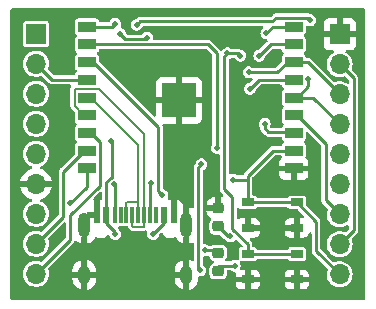
<source format=gbl>
G04 #@! TF.GenerationSoftware,KiCad,Pcbnew,7.0.7*
G04 #@! TF.CreationDate,2024-04-02T13:03:34-04:00*
G04 #@! TF.ProjectId,sensor_node,73656e73-6f72-45f6-9e6f-64652e6b6963,rev?*
G04 #@! TF.SameCoordinates,Original*
G04 #@! TF.FileFunction,Copper,L2,Bot*
G04 #@! TF.FilePolarity,Positive*
%FSLAX46Y46*%
G04 Gerber Fmt 4.6, Leading zero omitted, Abs format (unit mm)*
G04 Created by KiCad (PCBNEW 7.0.7) date 2024-04-02 13:03:34*
%MOMM*%
%LPD*%
G01*
G04 APERTURE LIST*
G04 Aperture macros list*
%AMRoundRect*
0 Rectangle with rounded corners*
0 $1 Rounding radius*
0 $2 $3 $4 $5 $6 $7 $8 $9 X,Y pos of 4 corners*
0 Add a 4 corners polygon primitive as box body*
4,1,4,$2,$3,$4,$5,$6,$7,$8,$9,$2,$3,0*
0 Add four circle primitives for the rounded corners*
1,1,$1+$1,$2,$3*
1,1,$1+$1,$4,$5*
1,1,$1+$1,$6,$7*
1,1,$1+$1,$8,$9*
0 Add four rect primitives between the rounded corners*
20,1,$1+$1,$2,$3,$4,$5,0*
20,1,$1+$1,$4,$5,$6,$7,0*
20,1,$1+$1,$6,$7,$8,$9,0*
20,1,$1+$1,$8,$9,$2,$3,0*%
G04 Aperture macros list end*
G04 #@! TA.AperFunction,ComponentPad*
%ADD10R,1.700000X1.700000*%
G04 #@! TD*
G04 #@! TA.AperFunction,ComponentPad*
%ADD11O,1.700000X1.700000*%
G04 #@! TD*
G04 #@! TA.AperFunction,SMDPad,CuDef*
%ADD12RoundRect,0.218750X-0.256250X0.218750X-0.256250X-0.218750X0.256250X-0.218750X0.256250X0.218750X0*%
G04 #@! TD*
G04 #@! TA.AperFunction,SMDPad,CuDef*
%ADD13R,0.600000X1.450000*%
G04 #@! TD*
G04 #@! TA.AperFunction,SMDPad,CuDef*
%ADD14R,0.300000X1.450000*%
G04 #@! TD*
G04 #@! TA.AperFunction,ComponentPad*
%ADD15O,1.000000X1.600000*%
G04 #@! TD*
G04 #@! TA.AperFunction,ComponentPad*
%ADD16O,1.000000X2.100000*%
G04 #@! TD*
G04 #@! TA.AperFunction,SMDPad,CuDef*
%ADD17R,1.050000X0.650000*%
G04 #@! TD*
G04 #@! TA.AperFunction,SMDPad,CuDef*
%ADD18R,1.500000X0.900000*%
G04 #@! TD*
G04 #@! TA.AperFunction,ComponentPad*
%ADD19C,0.400000*%
G04 #@! TD*
G04 #@! TA.AperFunction,SMDPad,CuDef*
%ADD20R,2.890000X2.950000*%
G04 #@! TD*
G04 #@! TA.AperFunction,SMDPad,CuDef*
%ADD21RoundRect,0.218750X0.256250X-0.218750X0.256250X0.218750X-0.256250X0.218750X-0.256250X-0.218750X0*%
G04 #@! TD*
G04 #@! TA.AperFunction,ViaPad*
%ADD22C,0.500000*%
G04 #@! TD*
G04 #@! TA.AperFunction,Conductor*
%ADD23C,0.250000*%
G04 #@! TD*
G04 #@! TA.AperFunction,Conductor*
%ADD24C,0.200000*%
G04 #@! TD*
G04 APERTURE END LIST*
D10*
X166200000Y-60390000D03*
D11*
X166200000Y-62930000D03*
X166200000Y-65470000D03*
X166200000Y-68010000D03*
X166200000Y-70550000D03*
X166200000Y-73090000D03*
X166200000Y-75630000D03*
X166200000Y-78170000D03*
X166200000Y-80710000D03*
D10*
X140500000Y-60350000D03*
D11*
X140500000Y-62890000D03*
X140500000Y-65430000D03*
X140500000Y-67970000D03*
X140500000Y-70510000D03*
X140500000Y-73050000D03*
X140500000Y-75590000D03*
X140500000Y-78130000D03*
X140500000Y-80670000D03*
D12*
X155900000Y-75087500D03*
X155900000Y-76662500D03*
D13*
X152150000Y-75655000D03*
X151350000Y-75655000D03*
D14*
X150150000Y-75655000D03*
X149150000Y-75655000D03*
X148650000Y-75655000D03*
X147650000Y-75655000D03*
D13*
X146450000Y-75655000D03*
X145650000Y-75655000D03*
X145650000Y-75655000D03*
X146450000Y-75655000D03*
D14*
X147150000Y-75655000D03*
X148150000Y-75655000D03*
X149650000Y-75655000D03*
X150650000Y-75655000D03*
D13*
X151350000Y-75655000D03*
X152150000Y-75655000D03*
D15*
X153220000Y-80750000D03*
D16*
X153220000Y-76570000D03*
D15*
X144580000Y-80750000D03*
D16*
X144580000Y-76570000D03*
D17*
X162575000Y-79000000D03*
X158425000Y-79000000D03*
X162575000Y-81150000D03*
X158425000Y-81150000D03*
D18*
X162310000Y-59750000D03*
X162310000Y-61250000D03*
X162310000Y-62750000D03*
X162310000Y-64250000D03*
X162310000Y-65750000D03*
X162310000Y-67250000D03*
X162310000Y-68750000D03*
X162310000Y-70250000D03*
X162310000Y-71750000D03*
X144810000Y-71750000D03*
X144810000Y-70250000D03*
X144810000Y-68750000D03*
X144810000Y-67250000D03*
X144810000Y-65750000D03*
X144810000Y-64250000D03*
X144810000Y-62750000D03*
X144810000Y-61250000D03*
X144810000Y-59750000D03*
D19*
X153700000Y-66500000D03*
X153700000Y-65400000D03*
X153150000Y-67050000D03*
X153150000Y-65950000D03*
X153150000Y-64850000D03*
D20*
X152605000Y-65975000D03*
D19*
X152600000Y-66500000D03*
X152600000Y-65400000D03*
X152050000Y-67050000D03*
X152050000Y-65950000D03*
X152050000Y-64850000D03*
X151500000Y-66500000D03*
X151500000Y-65400000D03*
D21*
X155900000Y-80462500D03*
X155900000Y-78887500D03*
D17*
X158425000Y-76775000D03*
X162575000Y-76775000D03*
X158425000Y-74625000D03*
X162575000Y-74625000D03*
D22*
X150400000Y-77300000D03*
X147200000Y-77300000D03*
X146800000Y-69400000D03*
X158500000Y-63600000D03*
X149900000Y-60675500D03*
X147621202Y-60363606D03*
X163509502Y-64200000D03*
X163700000Y-59200000D03*
X149000000Y-59600000D03*
X147200000Y-59500000D03*
X155800000Y-70000000D03*
X157800000Y-62200000D03*
X159400000Y-62200000D03*
X156700000Y-62000000D03*
X158600000Y-65000000D03*
X150250000Y-72950000D03*
X147100000Y-73100000D03*
X154400000Y-80375000D03*
X160000000Y-60300000D03*
X154500000Y-71400000D03*
X157300000Y-79987500D03*
X154800000Y-78675000D03*
X156925500Y-77475000D03*
X151200000Y-74000000D03*
X157206233Y-72693767D03*
X159854302Y-67977450D03*
X143400000Y-74700000D03*
D23*
X146450000Y-72936827D02*
X146450000Y-75655000D01*
X146450000Y-75655000D02*
X146450000Y-76350000D01*
X146950000Y-69550000D02*
X146950000Y-72525000D01*
X151350000Y-76350000D02*
X151350000Y-75655000D01*
X146450000Y-76350000D02*
X147200000Y-77100000D01*
X146800000Y-69400000D02*
X146950000Y-69550000D01*
X146950000Y-72525000D02*
X146861827Y-72525000D01*
X146861827Y-72525000D02*
X146450000Y-72936827D01*
X150400000Y-77300000D02*
X151350000Y-76350000D01*
X147200000Y-77100000D02*
X147200000Y-77300000D01*
X160900000Y-63600000D02*
X161800000Y-62700000D01*
X162310000Y-62750000D02*
X163480000Y-62750000D01*
X162244250Y-62375001D02*
X162294250Y-62425001D01*
X161800000Y-62700000D02*
X162260000Y-62700000D01*
X158500000Y-63600000D02*
X160900000Y-63600000D01*
X163480000Y-62750000D02*
X166200000Y-65470000D01*
X163509502Y-64200000D02*
X163509502Y-64790498D01*
X148057596Y-60800000D02*
X147621202Y-60363606D01*
X163509502Y-64790498D02*
X162550000Y-65750000D01*
X149900000Y-60675500D02*
X149775500Y-60800000D01*
X162310000Y-65750000D02*
X163940000Y-65750000D01*
X149775500Y-60800000D02*
X148057596Y-60800000D01*
X163940000Y-65750000D02*
X166200000Y-68010000D01*
X163475000Y-58975000D02*
X163700000Y-59200000D01*
X149000000Y-59600000D02*
X149300000Y-59300000D01*
X149300000Y-59300000D02*
X160500000Y-59300000D01*
X147200000Y-59500000D02*
X146950000Y-59750000D01*
X160500000Y-59300000D02*
X160825000Y-58975000D01*
X160825000Y-58975000D02*
X163475000Y-58975000D01*
X146950000Y-59750000D02*
X144810000Y-59750000D01*
X155800000Y-70000000D02*
X155800000Y-62000000D01*
X155050000Y-61250000D02*
X144810000Y-61250000D01*
X155800000Y-62000000D02*
X155050000Y-61250000D01*
X165025000Y-69665000D02*
X165025000Y-74455000D01*
X162610000Y-67250000D02*
X165025000Y-69665000D01*
X165025000Y-74455000D02*
X166200000Y-75630000D01*
X156425000Y-62275000D02*
X156425000Y-68075000D01*
X157600000Y-62000000D02*
X157800000Y-62200000D01*
X157100000Y-76836327D02*
X158425000Y-78161327D01*
X156425000Y-73525000D02*
X157100000Y-74200000D01*
X156700000Y-62000000D02*
X157600000Y-62000000D01*
X160350000Y-61250000D02*
X162310000Y-61250000D01*
X159400000Y-62200000D02*
X160350000Y-61250000D01*
X158425000Y-78161327D02*
X158425000Y-79000000D01*
X158425000Y-79000000D02*
X162575000Y-79000000D01*
X156425000Y-68100000D02*
X156425000Y-73525000D01*
X156700000Y-62000000D02*
X156425000Y-62275000D01*
X157100000Y-74200000D02*
X157100000Y-76836327D01*
X141860000Y-64250000D02*
X144810000Y-64250000D01*
X140500000Y-62890000D02*
X141860000Y-64250000D01*
X159350000Y-64250000D02*
X162310000Y-64250000D01*
X158600000Y-65000000D02*
X159350000Y-64250000D01*
X142800000Y-75830000D02*
X142800000Y-72035000D01*
X140500000Y-78130000D02*
X142800000Y-75830000D01*
X142800000Y-72035000D02*
X144585000Y-70250000D01*
X144585000Y-70250000D02*
X144810000Y-70250000D01*
X145900000Y-69540000D02*
X145110000Y-68750000D01*
X145900000Y-73200000D02*
X145900000Y-69540000D01*
X145110000Y-68750000D02*
X144810000Y-68750000D01*
X143400000Y-75700000D02*
X145900000Y-73200000D01*
X143400000Y-77770000D02*
X143400000Y-75700000D01*
X140500000Y-80670000D02*
X143400000Y-77770000D01*
X150150000Y-73050000D02*
X150150000Y-75655000D01*
X150250000Y-72950000D02*
X150150000Y-73050000D01*
D24*
X145110000Y-65750000D02*
X149100000Y-69740000D01*
X148150000Y-74680000D02*
X148200000Y-74630000D01*
X148200000Y-74630000D02*
X149100000Y-74630000D01*
X149100000Y-74630000D02*
X149150000Y-74680000D01*
X148150000Y-75655000D02*
X148150000Y-74680000D01*
X149150000Y-74680000D02*
X149150000Y-75655000D01*
X149100000Y-70240000D02*
X149100000Y-74630000D01*
X144810000Y-65750000D02*
X145110000Y-65750000D01*
X149100000Y-69740000D02*
X149100000Y-70240000D01*
X149650000Y-69290000D02*
X149650000Y-75655000D01*
X144510000Y-67250000D02*
X143760000Y-66500000D01*
X144650000Y-67250000D02*
X144810000Y-67250000D01*
X145860000Y-65000000D02*
X149650000Y-68790000D01*
X148650000Y-75655000D02*
X148650000Y-76630000D01*
X149600000Y-76680000D02*
X149650000Y-76630000D01*
X144810000Y-67250000D02*
X144510000Y-67250000D01*
X149650000Y-76630000D02*
X149650000Y-75655000D01*
X143760000Y-65000000D02*
X145860000Y-65000000D01*
X148700000Y-76680000D02*
X149600000Y-76680000D01*
X149650000Y-68790000D02*
X149650000Y-69290000D01*
X143760000Y-66500000D02*
X143760000Y-65000000D01*
X148650000Y-76630000D02*
X148700000Y-76680000D01*
D23*
X147150000Y-73150000D02*
X147100000Y-73100000D01*
X147150000Y-75655000D02*
X147150000Y-73150000D01*
X154225000Y-71675000D02*
X154500000Y-71400000D01*
X160000000Y-60300000D02*
X160550000Y-59750000D01*
X160550000Y-59750000D02*
X162310000Y-59750000D01*
X154225000Y-80200000D02*
X154225000Y-71675000D01*
X154400000Y-80375000D02*
X154225000Y-80200000D01*
X157300000Y-79987500D02*
X155900000Y-79987500D01*
X154800000Y-78675000D02*
X155687500Y-78675000D01*
X155687500Y-78675000D02*
X155900000Y-78887500D01*
X156712500Y-77475000D02*
X155900000Y-76662500D01*
X156925500Y-77475000D02*
X156712500Y-77475000D01*
X167375000Y-76995000D02*
X167375000Y-64105000D01*
X167375000Y-64105000D02*
X166200000Y-62930000D01*
X166200000Y-78170000D02*
X167375000Y-76995000D01*
X145350000Y-62750000D02*
X144810000Y-62750000D01*
X150835000Y-68235000D02*
X145350000Y-62750000D01*
X151200000Y-74000000D02*
X150835000Y-73635000D01*
X150835000Y-73635000D02*
X150835000Y-68235000D01*
X158425000Y-72375000D02*
X160550000Y-70250000D01*
X158418767Y-72693767D02*
X158425000Y-72700000D01*
X160550000Y-70250000D02*
X162310000Y-70250000D01*
X157206233Y-72693767D02*
X158418767Y-72693767D01*
X158425000Y-72700000D02*
X158425000Y-72375000D01*
X162575000Y-74625000D02*
X164200000Y-76250000D01*
X158425000Y-74625002D02*
X162575000Y-74625002D01*
X158425000Y-74625000D02*
X158425000Y-72700000D01*
X164200000Y-78710000D02*
X166200000Y-80710000D01*
X164200000Y-76250000D02*
X164200000Y-78710000D01*
X159854302Y-67977450D02*
X159854302Y-68357450D01*
X159854302Y-68357450D02*
X160174302Y-68677450D01*
X160174302Y-68677450D02*
X161934302Y-68677450D01*
X144810000Y-73290000D02*
X144810000Y-71750000D01*
X143400000Y-74700000D02*
X144810000Y-73290000D01*
G04 #@! TA.AperFunction,Conductor*
G36*
X154910140Y-61645185D02*
G01*
X154930782Y-61661819D01*
X155388181Y-62119217D01*
X155421666Y-62180540D01*
X155424500Y-62206898D01*
X155424500Y-69622815D01*
X155404815Y-69689854D01*
X155394215Y-69704016D01*
X155374623Y-69726627D01*
X155374622Y-69726628D01*
X155314834Y-69857543D01*
X155294353Y-70000000D01*
X155314834Y-70142456D01*
X155332671Y-70181512D01*
X155374623Y-70273373D01*
X155468872Y-70382143D01*
X155589947Y-70459953D01*
X155589950Y-70459954D01*
X155589949Y-70459954D01*
X155728036Y-70500499D01*
X155728038Y-70500500D01*
X155728039Y-70500500D01*
X155871962Y-70500500D01*
X155871962Y-70500499D01*
X155890563Y-70495037D01*
X155960432Y-70495036D01*
X156019211Y-70532809D01*
X156048237Y-70596364D01*
X156049500Y-70614014D01*
X156049500Y-73473196D01*
X156046862Y-73498634D01*
X156044633Y-73509268D01*
X156044633Y-73509269D01*
X156044633Y-73509271D01*
X156049023Y-73544491D01*
X156049500Y-73552167D01*
X156049500Y-73556116D01*
X156053342Y-73579141D01*
X156060134Y-73633627D01*
X156062373Y-73641147D01*
X156064934Y-73648608D01*
X156064935Y-73648610D01*
X156091055Y-73696876D01*
X156091055Y-73696877D01*
X156115174Y-73746211D01*
X156119742Y-73752609D01*
X156124582Y-73758827D01*
X156164971Y-73796009D01*
X156308320Y-73939358D01*
X156341805Y-74000681D01*
X156336821Y-74070373D01*
X156294949Y-74126306D01*
X156229485Y-74150723D01*
X156208047Y-74150398D01*
X156204158Y-74150001D01*
X156204138Y-74150000D01*
X156150000Y-74150000D01*
X156150000Y-75213500D01*
X156130315Y-75280539D01*
X156077511Y-75326294D01*
X156026000Y-75337500D01*
X154925001Y-75337500D01*
X154925001Y-75354152D01*
X154935056Y-75452583D01*
X154987906Y-75612072D01*
X154987908Y-75612077D01*
X155076114Y-75755080D01*
X155194919Y-75873885D01*
X155277325Y-75924714D01*
X155324050Y-75976662D01*
X155335271Y-76045625D01*
X155311495Y-76104563D01*
X155227666Y-76216545D01*
X155227662Y-76216552D01*
X155180509Y-76342975D01*
X155174501Y-76398851D01*
X155174500Y-76398870D01*
X155174500Y-76926144D01*
X155180509Y-76982024D01*
X155227662Y-77108447D01*
X155227664Y-77108450D01*
X155308528Y-77216472D01*
X155416549Y-77297335D01*
X155416552Y-77297337D01*
X155542975Y-77344490D01*
X155542978Y-77344491D01*
X155572318Y-77347645D01*
X155598855Y-77350499D01*
X155598870Y-77350500D01*
X156005601Y-77350500D01*
X156072640Y-77370185D01*
X156093282Y-77386819D01*
X156410349Y-77703886D01*
X156426477Y-77723745D01*
X156432416Y-77732836D01*
X156454928Y-77750358D01*
X156460429Y-77754639D01*
X156466191Y-77759728D01*
X156468983Y-77762520D01*
X156487986Y-77776088D01*
X156531311Y-77809809D01*
X156531313Y-77809809D01*
X156538242Y-77813559D01*
X156547399Y-77818036D01*
X156586647Y-77848228D01*
X156594372Y-77857143D01*
X156715447Y-77934953D01*
X156715450Y-77934954D01*
X156715449Y-77934954D01*
X156822607Y-77966417D01*
X156845089Y-77973019D01*
X156853536Y-77975499D01*
X156853538Y-77975500D01*
X156853539Y-77975500D01*
X156997462Y-77975500D01*
X156997462Y-77975499D01*
X157117969Y-77940116D01*
X157135550Y-77934954D01*
X157135550Y-77934953D01*
X157135553Y-77934953D01*
X157256628Y-77857143D01*
X157324071Y-77779308D01*
X157382849Y-77741534D01*
X157452718Y-77741534D01*
X157505465Y-77772830D01*
X157946482Y-78213846D01*
X157979967Y-78275169D01*
X157974983Y-78344860D01*
X157933112Y-78400794D01*
X157880858Y-78421090D01*
X157881300Y-78423311D01*
X157802264Y-78439032D01*
X157802260Y-78439033D01*
X157719399Y-78494399D01*
X157664033Y-78577260D01*
X157664032Y-78577264D01*
X157649500Y-78650321D01*
X157649500Y-79349674D01*
X157655770Y-79381199D01*
X157649541Y-79450790D01*
X157606677Y-79505967D01*
X157540787Y-79529210D01*
X157499218Y-79524365D01*
X157371963Y-79487000D01*
X157371961Y-79487000D01*
X157228039Y-79487000D01*
X157228036Y-79487000D01*
X157089949Y-79527545D01*
X157089948Y-79527546D01*
X156989166Y-79592315D01*
X156922126Y-79612000D01*
X156611536Y-79612000D01*
X156544497Y-79592315D01*
X156498742Y-79539511D01*
X156488798Y-79470353D01*
X156512267Y-79413692D01*
X156572336Y-79333450D01*
X156619491Y-79207022D01*
X156623146Y-79173023D01*
X156625499Y-79151144D01*
X156625500Y-79151129D01*
X156625500Y-78623870D01*
X156625499Y-78623855D01*
X156622645Y-78597318D01*
X156619491Y-78567978D01*
X156572336Y-78441550D01*
X156491472Y-78333528D01*
X156383450Y-78252664D01*
X156383447Y-78252662D01*
X156257024Y-78205509D01*
X156201144Y-78199500D01*
X156201130Y-78199500D01*
X155598870Y-78199500D01*
X155598855Y-78199500D01*
X155542975Y-78205509D01*
X155416553Y-78252662D01*
X155416550Y-78252663D01*
X155416550Y-78252664D01*
X155387022Y-78274768D01*
X155321560Y-78299184D01*
X155312714Y-78299500D01*
X155177874Y-78299500D01*
X155110835Y-78279815D01*
X155110834Y-78279815D01*
X155010051Y-78215046D01*
X155010050Y-78215045D01*
X154871963Y-78174500D01*
X154871961Y-78174500D01*
X154728039Y-78174500D01*
X154724500Y-78174500D01*
X154657461Y-78154815D01*
X154611706Y-78102011D01*
X154600500Y-78050500D01*
X154600500Y-74837500D01*
X154925000Y-74837500D01*
X155650000Y-74837500D01*
X155650000Y-74150000D01*
X155649999Y-74149999D01*
X155595864Y-74150000D01*
X155595847Y-74150001D01*
X155497415Y-74160057D01*
X155337927Y-74212906D01*
X155337922Y-74212908D01*
X155194919Y-74301114D01*
X155076114Y-74419919D01*
X154987908Y-74562922D01*
X154987906Y-74562927D01*
X154935057Y-74722416D01*
X154925000Y-74820849D01*
X154925000Y-74837500D01*
X154600500Y-74837500D01*
X154600500Y-71984945D01*
X154620185Y-71917906D01*
X154672989Y-71872151D01*
X154689554Y-71865971D01*
X154710053Y-71859953D01*
X154831128Y-71782143D01*
X154925377Y-71673373D01*
X154985165Y-71542457D01*
X155005647Y-71400000D01*
X154985165Y-71257543D01*
X154925377Y-71126627D01*
X154831128Y-71017857D01*
X154710053Y-70940047D01*
X154710051Y-70940046D01*
X154710049Y-70940045D01*
X154710050Y-70940045D01*
X154571963Y-70899500D01*
X154571961Y-70899500D01*
X154428039Y-70899500D01*
X154428036Y-70899500D01*
X154289949Y-70940045D01*
X154168873Y-71017856D01*
X154074623Y-71126626D01*
X154074622Y-71126628D01*
X154014835Y-71257541D01*
X154014834Y-71257545D01*
X154005623Y-71321606D01*
X153976597Y-71385161D01*
X153967292Y-71394750D01*
X153945363Y-71422923D01*
X153940286Y-71428674D01*
X153937484Y-71431477D01*
X153937474Y-71431488D01*
X153923905Y-71450495D01*
X153890192Y-71493808D01*
X153886447Y-71500729D01*
X153882988Y-71507804D01*
X153867329Y-71560403D01*
X153849500Y-71612338D01*
X153848206Y-71620092D01*
X153847231Y-71627911D01*
X153849500Y-71682755D01*
X153849500Y-75016016D01*
X153829815Y-75083055D01*
X153777011Y-75128810D01*
X153707853Y-75138754D01*
X153670892Y-75127344D01*
X153569096Y-75077412D01*
X153569095Y-75077411D01*
X153470000Y-75051753D01*
X153470000Y-75615021D01*
X153450315Y-75682060D01*
X153397511Y-75727815D01*
X153328353Y-75737759D01*
X153312066Y-75734287D01*
X153248162Y-75716105D01*
X153248162Y-75716104D01*
X153136475Y-75726454D01*
X153127931Y-75728885D01*
X153058064Y-75728297D01*
X152999606Y-75690028D01*
X152971118Y-75626230D01*
X152970000Y-75609618D01*
X152970000Y-75030791D01*
X152955184Y-75007969D01*
X152950000Y-74972488D01*
X152950000Y-74882172D01*
X152949999Y-74882155D01*
X152943598Y-74822627D01*
X152943596Y-74822620D01*
X152893354Y-74687913D01*
X152893350Y-74687906D01*
X152807190Y-74572812D01*
X152807187Y-74572809D01*
X152692093Y-74486649D01*
X152692086Y-74486645D01*
X152557379Y-74436403D01*
X152557372Y-74436401D01*
X152497844Y-74430000D01*
X152400000Y-74430000D01*
X152400000Y-75781000D01*
X152380315Y-75848039D01*
X152327511Y-75893794D01*
X152276000Y-75905000D01*
X152024500Y-75905000D01*
X151957461Y-75885315D01*
X151911706Y-75832511D01*
X151900500Y-75781000D01*
X151900500Y-74905323D01*
X151900299Y-74903282D01*
X151900000Y-74897202D01*
X151900000Y-74430000D01*
X151802172Y-74430000D01*
X151757534Y-74434799D01*
X151688774Y-74422393D01*
X151637637Y-74374782D01*
X151620358Y-74307083D01*
X151631484Y-74260000D01*
X151685165Y-74142457D01*
X151705647Y-74000000D01*
X151685165Y-73857543D01*
X151625377Y-73726627D01*
X151531128Y-73617857D01*
X151410053Y-73540047D01*
X151410050Y-73540045D01*
X151299565Y-73507604D01*
X151240787Y-73469829D01*
X151211762Y-73406274D01*
X151210500Y-73388627D01*
X151210500Y-68286803D01*
X151213139Y-68261358D01*
X151215239Y-68251340D01*
X151215367Y-68250731D01*
X151212716Y-68229461D01*
X151210977Y-68215508D01*
X151210500Y-68207832D01*
X151210500Y-68203889D01*
X151210499Y-68203883D01*
X151210228Y-68202260D01*
X151206655Y-68180847D01*
X151199865Y-68126374D01*
X151199865Y-68126373D01*
X151197620Y-68118835D01*
X151196049Y-68114258D01*
X151195805Y-68108862D01*
X151193374Y-68101257D01*
X151193349Y-68101106D01*
X151195440Y-68100759D01*
X151192902Y-68044459D01*
X151227991Y-67984040D01*
X151290175Y-67952182D01*
X151313332Y-67950000D01*
X152355000Y-67950000D01*
X152355000Y-67027841D01*
X152342482Y-67022656D01*
X152320147Y-67034851D01*
X152250456Y-67029864D01*
X152194524Y-66987990D01*
X152186406Y-66975681D01*
X152184484Y-66972352D01*
X152127647Y-66915515D01*
X152124316Y-66913592D01*
X152076100Y-66863025D01*
X152062876Y-66794418D01*
X152088844Y-66729553D01*
X152098634Y-66718522D01*
X152267634Y-66549525D01*
X152268472Y-66548685D01*
X152329776Y-66515165D01*
X152399470Y-66520109D01*
X152455428Y-66561948D01*
X152463590Y-66574314D01*
X152465513Y-66577645D01*
X152522353Y-66634485D01*
X152522354Y-66634485D01*
X152522355Y-66634486D01*
X152580254Y-66650000D01*
X152580256Y-66650000D01*
X152619744Y-66650000D01*
X152619746Y-66650000D01*
X152677645Y-66634486D01*
X152734486Y-66577646D01*
X152734487Y-66577640D01*
X152736407Y-66574317D01*
X152786974Y-66526101D01*
X152855581Y-66512877D01*
X152920446Y-66538845D01*
X152931476Y-66548635D01*
X152932341Y-66549500D01*
X153101365Y-66718522D01*
X153134850Y-66779846D01*
X153129866Y-66849537D01*
X153087995Y-66905471D01*
X153075689Y-66913588D01*
X153072359Y-66915510D01*
X153015510Y-66972358D01*
X153013587Y-66975690D01*
X152963017Y-67023902D01*
X152894410Y-67037121D01*
X152875256Y-67029451D01*
X152855000Y-67037842D01*
X152855000Y-67950000D01*
X154097828Y-67950000D01*
X154097844Y-67949999D01*
X154157372Y-67943598D01*
X154157379Y-67943596D01*
X154292086Y-67893354D01*
X154292093Y-67893350D01*
X154407187Y-67807190D01*
X154407190Y-67807187D01*
X154493350Y-67692093D01*
X154493354Y-67692086D01*
X154543596Y-67557379D01*
X154543598Y-67557372D01*
X154549999Y-67497844D01*
X154550000Y-67497827D01*
X154550000Y-66225000D01*
X153707843Y-66225000D01*
X153680470Y-66291083D01*
X153679866Y-66299538D01*
X153637994Y-66355471D01*
X153625689Y-66363588D01*
X153622359Y-66365510D01*
X153565510Y-66422358D01*
X153563585Y-66425693D01*
X153513014Y-66473904D01*
X153444406Y-66487122D01*
X153379544Y-66461149D01*
X153368521Y-66451365D01*
X153214898Y-66297740D01*
X153198634Y-66281476D01*
X153165149Y-66220153D01*
X153170133Y-66150461D01*
X153212005Y-66094528D01*
X153224318Y-66086406D01*
X153227639Y-66084487D01*
X153227645Y-66084486D01*
X153284486Y-66027646D01*
X153305291Y-65950000D01*
X153284486Y-65872355D01*
X153284486Y-65872354D01*
X153227647Y-65815515D01*
X153224316Y-65813592D01*
X153176100Y-65763025D01*
X153162876Y-65694418D01*
X153188844Y-65629553D01*
X153198634Y-65618522D01*
X153357204Y-65459954D01*
X153368519Y-65448639D01*
X153429841Y-65415151D01*
X153499532Y-65420132D01*
X153555468Y-65462001D01*
X153563590Y-65474314D01*
X153565513Y-65477645D01*
X153622352Y-65534484D01*
X153625681Y-65536406D01*
X153673898Y-65586972D01*
X153687123Y-65655579D01*
X153661156Y-65720444D01*
X153657610Y-65724438D01*
X153657843Y-65725000D01*
X154550000Y-65725000D01*
X154550000Y-64452172D01*
X154549999Y-64452155D01*
X154543598Y-64392627D01*
X154543596Y-64392620D01*
X154493354Y-64257913D01*
X154493350Y-64257906D01*
X154407190Y-64142812D01*
X154407187Y-64142809D01*
X154292093Y-64056649D01*
X154292086Y-64056645D01*
X154157379Y-64006403D01*
X154157372Y-64006401D01*
X154097844Y-64000000D01*
X152855000Y-64000000D01*
X152855000Y-64862156D01*
X152872243Y-64869299D01*
X152879843Y-64865149D01*
X152949535Y-64870132D01*
X153005469Y-64912002D01*
X153013592Y-64924316D01*
X153015515Y-64927647D01*
X153072352Y-64984484D01*
X153075681Y-64986406D01*
X153123898Y-65036972D01*
X153137123Y-65105579D01*
X153111156Y-65170444D01*
X153101367Y-65181474D01*
X153080583Y-65202259D01*
X152931476Y-65351366D01*
X152870153Y-65384850D01*
X152800461Y-65379866D01*
X152744528Y-65337994D01*
X152736406Y-65325681D01*
X152734484Y-65322352D01*
X152677646Y-65265514D01*
X152640164Y-65255471D01*
X152619746Y-65250000D01*
X152580254Y-65250000D01*
X152522356Y-65265513D01*
X152465510Y-65322358D01*
X152463585Y-65325693D01*
X152413014Y-65373904D01*
X152344406Y-65387122D01*
X152279544Y-65361149D01*
X152268521Y-65351365D01*
X152119418Y-65202260D01*
X152098634Y-65181476D01*
X152065149Y-65120153D01*
X152070133Y-65050461D01*
X152112005Y-64994528D01*
X152124318Y-64986406D01*
X152127639Y-64984487D01*
X152127645Y-64984486D01*
X152184486Y-64927646D01*
X152184487Y-64927639D01*
X152186406Y-64924318D01*
X152236971Y-64876101D01*
X152305578Y-64862876D01*
X152342105Y-64877497D01*
X152355000Y-64872156D01*
X152355000Y-64000000D01*
X151112155Y-64000000D01*
X151052627Y-64006401D01*
X151052620Y-64006403D01*
X150917913Y-64056645D01*
X150917906Y-64056649D01*
X150802812Y-64142809D01*
X150802809Y-64142812D01*
X150716649Y-64257906D01*
X150716645Y-64257913D01*
X150666403Y-64392620D01*
X150666401Y-64392627D01*
X150660000Y-64452155D01*
X150660000Y-65725000D01*
X151542157Y-65725000D01*
X151543425Y-65721937D01*
X151515149Y-65670153D01*
X151520133Y-65600461D01*
X151562005Y-65544528D01*
X151574318Y-65536406D01*
X151577639Y-65534487D01*
X151577645Y-65534486D01*
X151634486Y-65477646D01*
X151634487Y-65477639D01*
X151636406Y-65474318D01*
X151686971Y-65426101D01*
X151755578Y-65412876D01*
X151820444Y-65438842D01*
X151831476Y-65448634D01*
X152001365Y-65618523D01*
X152034850Y-65679846D01*
X152029866Y-65749538D01*
X151987994Y-65805471D01*
X151975689Y-65813588D01*
X151972359Y-65815510D01*
X151915513Y-65872355D01*
X151894709Y-65949999D01*
X151894709Y-65950000D01*
X151915513Y-66027645D01*
X151972352Y-66084484D01*
X151975681Y-66086406D01*
X152023898Y-66136972D01*
X152037123Y-66205579D01*
X152011156Y-66270444D01*
X152001368Y-66281474D01*
X151985103Y-66297739D01*
X151831476Y-66451365D01*
X151770152Y-66484849D01*
X151700461Y-66479864D01*
X151644527Y-66437993D01*
X151636408Y-66425683D01*
X151634486Y-66422354D01*
X151577647Y-66365515D01*
X151574316Y-66363592D01*
X151526100Y-66313025D01*
X151523886Y-66301538D01*
X151523864Y-66301548D01*
X151492157Y-66225000D01*
X150660000Y-66225000D01*
X150660000Y-67229599D01*
X150640315Y-67296638D01*
X150587511Y-67342393D01*
X150518353Y-67352337D01*
X150454797Y-67323312D01*
X150448319Y-67317280D01*
X145846819Y-62715780D01*
X145813334Y-62654457D01*
X145810500Y-62628099D01*
X145810500Y-62275323D01*
X145810499Y-62275321D01*
X145795967Y-62202264D01*
X145795966Y-62202260D01*
X145781453Y-62180540D01*
X145740601Y-62119399D01*
X145716209Y-62103101D01*
X145671405Y-62049491D01*
X145662698Y-61980166D01*
X145692852Y-61917138D01*
X145716210Y-61896898D01*
X145740601Y-61880601D01*
X145795966Y-61797740D01*
X145807442Y-61740047D01*
X145810374Y-61725309D01*
X145842759Y-61663398D01*
X145903474Y-61628824D01*
X145931991Y-61625500D01*
X154843101Y-61625500D01*
X154910140Y-61645185D01*
G37*
G04 #@! TD.AperFunction*
G04 #@! TA.AperFunction,Conductor*
G36*
X145993834Y-73739716D02*
G01*
X146049767Y-73781588D01*
X146074184Y-73847052D01*
X146074500Y-73855898D01*
X146074500Y-74306000D01*
X146054815Y-74373039D01*
X146002011Y-74418794D01*
X145950500Y-74430000D01*
X145900000Y-74430000D01*
X145900000Y-74897202D01*
X145899701Y-74903282D01*
X145899500Y-74905323D01*
X145899500Y-75781000D01*
X145879815Y-75848039D01*
X145827011Y-75893794D01*
X145775500Y-75905000D01*
X144934000Y-75905000D01*
X144866961Y-75885315D01*
X144821206Y-75832511D01*
X144810000Y-75781000D01*
X144810000Y-75529000D01*
X144829685Y-75461961D01*
X144882489Y-75416206D01*
X144934000Y-75405000D01*
X145400000Y-75405000D01*
X145400000Y-74430000D01*
X145388199Y-74418199D01*
X145354714Y-74356876D01*
X145359698Y-74287184D01*
X145388197Y-74242839D01*
X145862821Y-73768215D01*
X145924142Y-73734732D01*
X145993834Y-73739716D01*
G37*
G04 #@! TD.AperFunction*
G04 #@! TA.AperFunction,Conductor*
G36*
X151820446Y-66538845D02*
G01*
X151831476Y-66548635D01*
X151832341Y-66549500D01*
X152001365Y-66718522D01*
X152034850Y-66779846D01*
X152029866Y-66849537D01*
X151987995Y-66905471D01*
X151975689Y-66913588D01*
X151972359Y-66915510D01*
X151915512Y-66972356D01*
X151913589Y-66975688D01*
X151863020Y-67023902D01*
X151794413Y-67037122D01*
X151729549Y-67011152D01*
X151718523Y-67001365D01*
X151548634Y-66831476D01*
X151515149Y-66770153D01*
X151520133Y-66700461D01*
X151562005Y-66644528D01*
X151574318Y-66636406D01*
X151577639Y-66634487D01*
X151577645Y-66634486D01*
X151634486Y-66577646D01*
X151634487Y-66577640D01*
X151636407Y-66574317D01*
X151686974Y-66526101D01*
X151755581Y-66512877D01*
X151820446Y-66538845D01*
G37*
G04 #@! TD.AperFunction*
G04 #@! TA.AperFunction,Conductor*
G36*
X153499470Y-66520109D02*
G01*
X153555428Y-66561948D01*
X153563590Y-66574314D01*
X153565513Y-66577645D01*
X153622352Y-66634484D01*
X153625681Y-66636406D01*
X153673898Y-66686972D01*
X153687123Y-66755579D01*
X153661156Y-66820444D01*
X153651366Y-66831475D01*
X153613342Y-66869500D01*
X153481476Y-67001365D01*
X153420152Y-67034849D01*
X153350461Y-67029864D01*
X153294527Y-66987993D01*
X153286408Y-66975683D01*
X153284486Y-66972354D01*
X153227647Y-66915515D01*
X153224316Y-66913592D01*
X153176100Y-66863025D01*
X153162876Y-66794418D01*
X153188844Y-66729553D01*
X153198634Y-66718522D01*
X153367634Y-66549525D01*
X153368472Y-66548685D01*
X153429776Y-66515165D01*
X153499470Y-66520109D01*
G37*
G04 #@! TD.AperFunction*
G04 #@! TA.AperFunction,Conductor*
G36*
X152920444Y-65438842D02*
G01*
X152931476Y-65448634D01*
X153101365Y-65618523D01*
X153134850Y-65679846D01*
X153129866Y-65749538D01*
X153087994Y-65805471D01*
X153075689Y-65813588D01*
X153072359Y-65815510D01*
X153015513Y-65872355D01*
X152994709Y-65949999D01*
X152994709Y-65950000D01*
X153015513Y-66027645D01*
X153072352Y-66084484D01*
X153075681Y-66086406D01*
X153123898Y-66136972D01*
X153137123Y-66205579D01*
X153111156Y-66270444D01*
X153101368Y-66281474D01*
X153085103Y-66297739D01*
X152931476Y-66451365D01*
X152870152Y-66484849D01*
X152800461Y-66479864D01*
X152744527Y-66437993D01*
X152736408Y-66425683D01*
X152734486Y-66422354D01*
X152677646Y-66365514D01*
X152640164Y-66355471D01*
X152619746Y-66350000D01*
X152580254Y-66350000D01*
X152522356Y-66365513D01*
X152465512Y-66422356D01*
X152463589Y-66425688D01*
X152413020Y-66473902D01*
X152344413Y-66487122D01*
X152279549Y-66461152D01*
X152268523Y-66451365D01*
X152098634Y-66281476D01*
X152065149Y-66220153D01*
X152070133Y-66150461D01*
X152112005Y-66094528D01*
X152124318Y-66086406D01*
X152127639Y-66084487D01*
X152127645Y-66084486D01*
X152184486Y-66027646D01*
X152205291Y-65950000D01*
X152184486Y-65872355D01*
X152184486Y-65872354D01*
X152127647Y-65815515D01*
X152124316Y-65813592D01*
X152076100Y-65763025D01*
X152062876Y-65694418D01*
X152088844Y-65629553D01*
X152098634Y-65618522D01*
X152257204Y-65459954D01*
X152268519Y-65448639D01*
X152329841Y-65415151D01*
X152399532Y-65420132D01*
X152455468Y-65462001D01*
X152463590Y-65474314D01*
X152465513Y-65477645D01*
X152522353Y-65534485D01*
X152522354Y-65534485D01*
X152522355Y-65534486D01*
X152580254Y-65550000D01*
X152580256Y-65550000D01*
X152619744Y-65550000D01*
X152619746Y-65550000D01*
X152677645Y-65534486D01*
X152734486Y-65477646D01*
X152734487Y-65477639D01*
X152736406Y-65474318D01*
X152786971Y-65426101D01*
X152855578Y-65412876D01*
X152920444Y-65438842D01*
G37*
G04 #@! TD.AperFunction*
G04 #@! TA.AperFunction,Conductor*
G36*
X153470444Y-64888842D02*
G01*
X153481476Y-64898634D01*
X153651365Y-65068523D01*
X153684850Y-65129846D01*
X153679866Y-65199538D01*
X153637994Y-65255471D01*
X153625689Y-65263588D01*
X153622359Y-65265510D01*
X153565510Y-65322358D01*
X153563585Y-65325693D01*
X153513014Y-65373904D01*
X153444406Y-65387122D01*
X153379544Y-65361149D01*
X153368521Y-65351365D01*
X153219418Y-65202260D01*
X153198634Y-65181476D01*
X153165149Y-65120153D01*
X153170133Y-65050461D01*
X153212005Y-64994528D01*
X153224318Y-64986406D01*
X153227639Y-64984487D01*
X153227645Y-64984486D01*
X153284486Y-64927646D01*
X153284487Y-64927639D01*
X153286406Y-64924318D01*
X153336971Y-64876101D01*
X153405578Y-64862876D01*
X153470444Y-64888842D01*
G37*
G04 #@! TD.AperFunction*
G04 #@! TA.AperFunction,Conductor*
G36*
X151849529Y-64870130D02*
G01*
X151905465Y-64911997D01*
X151913592Y-64924316D01*
X151915515Y-64927647D01*
X151972352Y-64984484D01*
X151975681Y-64986406D01*
X152023898Y-65036972D01*
X152037123Y-65105579D01*
X152011156Y-65170444D01*
X152001367Y-65181474D01*
X151980583Y-65202259D01*
X151831476Y-65351366D01*
X151770153Y-65384850D01*
X151700461Y-65379866D01*
X151644528Y-65337994D01*
X151636406Y-65325681D01*
X151634484Y-65322352D01*
X151577647Y-65265515D01*
X151574316Y-65263592D01*
X151526100Y-65213025D01*
X151512876Y-65144418D01*
X151538844Y-65079553D01*
X151548634Y-65068522D01*
X151712060Y-64905097D01*
X151718516Y-64898641D01*
X151779837Y-64865151D01*
X151849529Y-64870130D01*
G37*
G04 #@! TD.AperFunction*
G04 #@! TA.AperFunction,Conductor*
G36*
X168317539Y-58220185D02*
G01*
X168363294Y-58272989D01*
X168374500Y-58324500D01*
X168374500Y-82775500D01*
X168354815Y-82842539D01*
X168302011Y-82888294D01*
X168250500Y-82899500D01*
X138449500Y-82899500D01*
X138382461Y-82879815D01*
X138336706Y-82827011D01*
X138325500Y-82775500D01*
X138325500Y-80670000D01*
X139394785Y-80670000D01*
X139413602Y-80873082D01*
X139469417Y-81069247D01*
X139469422Y-81069260D01*
X139560327Y-81251821D01*
X139683237Y-81414581D01*
X139833958Y-81551980D01*
X139833960Y-81551982D01*
X139898560Y-81591980D01*
X140007363Y-81659348D01*
X140197544Y-81733024D01*
X140398024Y-81770500D01*
X140398026Y-81770500D01*
X140601974Y-81770500D01*
X140601976Y-81770500D01*
X140802456Y-81733024D01*
X140992637Y-81659348D01*
X141166041Y-81551981D01*
X141316764Y-81414579D01*
X141439673Y-81251821D01*
X141514915Y-81100713D01*
X143580000Y-81100713D01*
X143595418Y-81252338D01*
X143656299Y-81446381D01*
X143656304Y-81446391D01*
X143755005Y-81624215D01*
X143755005Y-81624216D01*
X143887478Y-81778530D01*
X143887479Y-81778531D01*
X144048304Y-81903018D01*
X144230907Y-81992589D01*
X144330000Y-82018244D01*
X144330000Y-81454978D01*
X144349685Y-81387939D01*
X144402489Y-81342184D01*
X144471647Y-81332240D01*
X144487926Y-81335709D01*
X144551840Y-81353895D01*
X144663521Y-81343546D01*
X144663526Y-81343543D01*
X144672063Y-81341115D01*
X144741930Y-81341701D01*
X144800390Y-81379966D01*
X144828881Y-81443763D01*
X144830000Y-81460381D01*
X144830000Y-82023366D01*
X144831944Y-82023069D01*
X144831945Y-82023069D01*
X145022660Y-81952436D01*
X145022664Y-81952434D01*
X145195267Y-81844850D01*
X145342668Y-81704735D01*
X145342669Y-81704733D01*
X145458856Y-81537804D01*
X145539059Y-81350907D01*
X145580000Y-81151690D01*
X145580000Y-81000000D01*
X145004000Y-81000000D01*
X144936961Y-80980315D01*
X144891206Y-80927511D01*
X144880000Y-80876000D01*
X144880000Y-80624000D01*
X144899685Y-80556961D01*
X144952489Y-80511206D01*
X145004000Y-80500000D01*
X145580000Y-80500000D01*
X145580000Y-80399286D01*
X145564581Y-80247661D01*
X145503700Y-80053618D01*
X145503695Y-80053608D01*
X145404994Y-79875784D01*
X145404994Y-79875783D01*
X145272521Y-79721469D01*
X145272520Y-79721468D01*
X145111695Y-79596981D01*
X144929093Y-79507411D01*
X144830000Y-79481753D01*
X144830000Y-80045021D01*
X144810315Y-80112060D01*
X144757511Y-80157815D01*
X144688353Y-80167759D01*
X144672066Y-80164287D01*
X144608162Y-80146105D01*
X144608162Y-80146104D01*
X144496475Y-80156454D01*
X144487931Y-80158885D01*
X144418064Y-80158297D01*
X144359606Y-80120028D01*
X144331118Y-80056230D01*
X144330000Y-80039618D01*
X144330000Y-79476633D01*
X144328053Y-79476931D01*
X144328047Y-79476933D01*
X144137342Y-79547562D01*
X144137335Y-79547565D01*
X143964732Y-79655149D01*
X143817331Y-79795264D01*
X143817330Y-79795266D01*
X143701143Y-79962195D01*
X143620940Y-80149092D01*
X143580000Y-80348309D01*
X143580000Y-80500000D01*
X144156000Y-80500000D01*
X144223039Y-80519685D01*
X144268794Y-80572489D01*
X144280000Y-80624000D01*
X144280000Y-80876000D01*
X144260315Y-80943039D01*
X144207511Y-80988794D01*
X144156000Y-81000000D01*
X143580000Y-81000000D01*
X143580000Y-81100713D01*
X141514915Y-81100713D01*
X141530582Y-81069250D01*
X141586397Y-80873083D01*
X141605215Y-80670000D01*
X141596179Y-80572489D01*
X141586397Y-80466917D01*
X141565627Y-80393920D01*
X141530582Y-80270750D01*
X141530581Y-80270748D01*
X141529013Y-80265237D01*
X141530994Y-80264673D01*
X141525902Y-80204174D01*
X141558614Y-80142435D01*
X141559630Y-80141405D01*
X143628889Y-78072146D01*
X143648746Y-78056022D01*
X143657836Y-78050084D01*
X143679638Y-78022071D01*
X143684733Y-78016303D01*
X143687519Y-78013518D01*
X143687528Y-78013506D01*
X143701086Y-77994516D01*
X143734807Y-77951192D01*
X143738556Y-77944261D01*
X143742007Y-77937202D01*
X143742010Y-77937199D01*
X143742011Y-77937195D01*
X143746514Y-77927987D01*
X143793643Y-77876406D01*
X143861178Y-77858494D01*
X143927676Y-77879937D01*
X143933814Y-77884395D01*
X144048306Y-77973019D01*
X144230907Y-78062589D01*
X144330000Y-78088244D01*
X144330000Y-77524978D01*
X144349685Y-77457939D01*
X144402489Y-77412184D01*
X144471647Y-77402240D01*
X144487926Y-77405709D01*
X144551840Y-77423895D01*
X144663521Y-77413546D01*
X144663526Y-77413543D01*
X144672063Y-77411115D01*
X144741930Y-77411701D01*
X144800390Y-77449966D01*
X144828881Y-77513763D01*
X144830000Y-77530381D01*
X144830000Y-78093365D01*
X144831944Y-78093069D01*
X144831945Y-78093069D01*
X145022660Y-78022436D01*
X145022664Y-78022434D01*
X145195267Y-77914850D01*
X145342668Y-77774735D01*
X145342669Y-77774733D01*
X145458855Y-77607806D01*
X145462234Y-77599931D01*
X145506758Y-77546084D01*
X145573325Y-77524857D01*
X145640801Y-77542988D01*
X145651663Y-77550440D01*
X145719767Y-77602698D01*
X145859764Y-77660687D01*
X145972280Y-77675500D01*
X145972287Y-77675500D01*
X146047713Y-77675500D01*
X146047720Y-77675500D01*
X146160236Y-77660687D01*
X146300233Y-77602698D01*
X146420451Y-77510451D01*
X146499216Y-77407801D01*
X146555642Y-77366602D01*
X146625388Y-77362447D01*
X146686309Y-77396659D01*
X146708977Y-77435382D01*
X146711151Y-77434390D01*
X146714834Y-77442456D01*
X146714835Y-77442457D01*
X146774623Y-77573373D01*
X146868872Y-77682143D01*
X146989947Y-77759953D01*
X146989950Y-77759954D01*
X146989949Y-77759954D01*
X147128036Y-77800499D01*
X147128038Y-77800500D01*
X147128039Y-77800500D01*
X147271962Y-77800500D01*
X147271962Y-77800499D01*
X147393988Y-77764670D01*
X147410050Y-77759954D01*
X147410050Y-77759953D01*
X147410053Y-77759953D01*
X147531128Y-77682143D01*
X147625377Y-77573373D01*
X147685165Y-77442457D01*
X147705647Y-77300000D01*
X147685165Y-77157543D01*
X147625377Y-77026627D01*
X147625375Y-77026625D01*
X147625374Y-77026622D01*
X147536660Y-76924240D01*
X147518973Y-76897500D01*
X147509826Y-76878789D01*
X147509823Y-76878786D01*
X147509823Y-76878785D01*
X147505276Y-76872416D01*
X147500422Y-76866179D01*
X147500419Y-76866174D01*
X147500414Y-76866169D01*
X147500413Y-76866168D01*
X147478212Y-76845730D01*
X147442221Y-76785843D01*
X147444321Y-76716005D01*
X147483844Y-76658389D01*
X147548244Y-76631287D01*
X147562194Y-76630500D01*
X147824674Y-76630500D01*
X147875811Y-76620328D01*
X147924189Y-76620328D01*
X147975326Y-76630500D01*
X148187348Y-76630500D01*
X148254387Y-76650185D01*
X148300142Y-76702989D01*
X148305489Y-76721848D01*
X148306497Y-76721549D01*
X148311520Y-76738426D01*
X148313908Y-76745381D01*
X148338295Y-76790444D01*
X148360801Y-76836483D01*
X148365065Y-76842455D01*
X148369580Y-76848256D01*
X148407275Y-76882958D01*
X148417363Y-76893046D01*
X148433489Y-76912903D01*
X148438561Y-76920667D01*
X148438565Y-76920671D01*
X148464505Y-76940860D01*
X148470268Y-76945950D01*
X148472694Y-76948376D01*
X148490441Y-76961047D01*
X148530874Y-76992517D01*
X148530875Y-76992517D01*
X148530876Y-76992518D01*
X148537318Y-76996004D01*
X148543931Y-76999238D01*
X148543934Y-76999240D01*
X148554877Y-77002498D01*
X148593045Y-77013862D01*
X148638599Y-77029500D01*
X148641512Y-77030500D01*
X148641518Y-77030500D01*
X148648768Y-77031710D01*
X148656046Y-77032617D01*
X148707242Y-77030500D01*
X149550789Y-77030500D01*
X149576234Y-77033138D01*
X149585315Y-77035043D01*
X149601005Y-77033087D01*
X149617939Y-77030977D01*
X149625615Y-77030500D01*
X149629035Y-77030500D01*
X149629040Y-77030500D01*
X149632608Y-77029904D01*
X149650539Y-77026913D01*
X149677958Y-77023494D01*
X149701393Y-77020573D01*
X149701402Y-77020568D01*
X149708451Y-77018470D01*
X149715379Y-77016092D01*
X149715381Y-77016092D01*
X149715383Y-77016091D01*
X149740500Y-77002498D01*
X149808828Y-76987901D01*
X149874201Y-77012562D01*
X149915863Y-77068652D01*
X149920587Y-77138361D01*
X149917040Y-77148950D01*
X149917333Y-77149036D01*
X149914834Y-77157542D01*
X149894353Y-77300000D01*
X149914834Y-77442456D01*
X149962160Y-77546084D01*
X149974623Y-77573373D01*
X150068872Y-77682143D01*
X150189947Y-77759953D01*
X150189950Y-77759954D01*
X150189949Y-77759954D01*
X150328036Y-77800499D01*
X150328038Y-77800500D01*
X150328039Y-77800500D01*
X150471962Y-77800500D01*
X150471962Y-77800499D01*
X150593988Y-77764670D01*
X150610050Y-77759954D01*
X150610050Y-77759953D01*
X150610053Y-77759953D01*
X150731128Y-77682143D01*
X150825377Y-77573373D01*
X150885165Y-77442457D01*
X150895509Y-77370502D01*
X150924533Y-77306949D01*
X150930551Y-77300484D01*
X151025304Y-77205732D01*
X151086624Y-77172249D01*
X151156316Y-77177233D01*
X151212249Y-77219105D01*
X151227543Y-77245962D01*
X151229312Y-77250234D01*
X151229313Y-77250236D01*
X151244963Y-77288019D01*
X151285308Y-77385421D01*
X151287302Y-77390233D01*
X151379549Y-77510451D01*
X151499767Y-77602698D01*
X151639764Y-77660687D01*
X151752280Y-77675500D01*
X151752287Y-77675500D01*
X151827713Y-77675500D01*
X151827720Y-77675500D01*
X151940236Y-77660687D01*
X152080233Y-77602698D01*
X152151256Y-77548199D01*
X152216425Y-77523006D01*
X152284869Y-77537044D01*
X152334859Y-77585858D01*
X152335161Y-77586398D01*
X152395005Y-77694215D01*
X152395005Y-77694216D01*
X152527478Y-77848530D01*
X152527479Y-77848531D01*
X152688304Y-77973018D01*
X152870907Y-78062589D01*
X152970000Y-78088244D01*
X152970000Y-77524978D01*
X152989685Y-77457939D01*
X153042489Y-77412184D01*
X153111647Y-77402240D01*
X153127926Y-77405709D01*
X153191840Y-77423895D01*
X153303521Y-77413546D01*
X153303526Y-77413543D01*
X153312063Y-77411115D01*
X153381930Y-77411701D01*
X153440390Y-77449966D01*
X153468881Y-77513763D01*
X153470000Y-77530381D01*
X153470000Y-78093365D01*
X153471944Y-78093069D01*
X153471945Y-78093069D01*
X153662660Y-78022436D01*
X153668311Y-78019665D01*
X153669239Y-78021558D01*
X153727183Y-78005395D01*
X153793949Y-78025988D01*
X153838983Y-78079408D01*
X153849500Y-78129384D01*
X153849500Y-79446016D01*
X153829815Y-79513055D01*
X153777011Y-79558810D01*
X153707853Y-79568754D01*
X153670892Y-79557344D01*
X153569096Y-79507412D01*
X153569095Y-79507411D01*
X153470000Y-79481753D01*
X153470000Y-80045021D01*
X153450315Y-80112060D01*
X153397511Y-80157815D01*
X153328353Y-80167759D01*
X153312066Y-80164287D01*
X153248162Y-80146105D01*
X153248162Y-80146104D01*
X153136475Y-80156454D01*
X153127931Y-80158885D01*
X153058064Y-80158297D01*
X152999606Y-80120028D01*
X152971118Y-80056230D01*
X152970000Y-80039618D01*
X152970000Y-79476633D01*
X152968053Y-79476931D01*
X152968047Y-79476933D01*
X152777342Y-79547562D01*
X152777335Y-79547565D01*
X152604732Y-79655149D01*
X152457331Y-79795264D01*
X152457330Y-79795266D01*
X152341143Y-79962195D01*
X152260940Y-80149092D01*
X152220000Y-80348309D01*
X152220000Y-80500000D01*
X152796000Y-80500000D01*
X152863039Y-80519685D01*
X152908794Y-80572489D01*
X152920000Y-80624000D01*
X152920000Y-80876000D01*
X152900315Y-80943039D01*
X152847511Y-80988794D01*
X152796000Y-81000000D01*
X152220000Y-81000000D01*
X152220000Y-81100713D01*
X152235418Y-81252338D01*
X152296299Y-81446381D01*
X152296304Y-81446391D01*
X152395005Y-81624215D01*
X152395005Y-81624216D01*
X152527478Y-81778530D01*
X152527479Y-81778531D01*
X152688304Y-81903018D01*
X152870907Y-81992589D01*
X152970000Y-82018244D01*
X152970000Y-81454978D01*
X152989685Y-81387939D01*
X153042489Y-81342184D01*
X153111647Y-81332240D01*
X153127926Y-81335709D01*
X153191840Y-81353895D01*
X153303521Y-81343546D01*
X153303526Y-81343543D01*
X153312063Y-81341115D01*
X153381930Y-81341701D01*
X153440390Y-81379966D01*
X153468881Y-81443763D01*
X153470000Y-81460381D01*
X153470000Y-82023366D01*
X153471944Y-82023069D01*
X153471945Y-82023069D01*
X153662660Y-81952436D01*
X153662664Y-81952434D01*
X153835267Y-81844850D01*
X153982668Y-81704735D01*
X153982669Y-81704733D01*
X154098856Y-81537804D01*
X154157992Y-81400000D01*
X157400000Y-81400000D01*
X157400000Y-81522844D01*
X157406401Y-81582372D01*
X157406403Y-81582379D01*
X157456645Y-81717086D01*
X157456649Y-81717093D01*
X157542809Y-81832187D01*
X157542812Y-81832190D01*
X157657906Y-81918350D01*
X157657913Y-81918354D01*
X157792620Y-81968596D01*
X157792627Y-81968598D01*
X157852155Y-81974999D01*
X157852172Y-81975000D01*
X158175000Y-81975000D01*
X158175000Y-81400000D01*
X158675000Y-81400000D01*
X158675000Y-81975000D01*
X158997828Y-81975000D01*
X158997844Y-81974999D01*
X159057372Y-81968598D01*
X159057379Y-81968596D01*
X159192086Y-81918354D01*
X159192093Y-81918350D01*
X159307187Y-81832190D01*
X159307190Y-81832187D01*
X159393350Y-81717093D01*
X159393354Y-81717086D01*
X159443596Y-81582379D01*
X159443598Y-81582372D01*
X159449999Y-81522844D01*
X159450000Y-81522827D01*
X159450000Y-81400000D01*
X161550000Y-81400000D01*
X161550000Y-81522844D01*
X161556401Y-81582372D01*
X161556403Y-81582379D01*
X161606645Y-81717086D01*
X161606649Y-81717093D01*
X161692809Y-81832187D01*
X161692812Y-81832190D01*
X161807906Y-81918350D01*
X161807913Y-81918354D01*
X161942620Y-81968596D01*
X161942627Y-81968598D01*
X162002155Y-81974999D01*
X162002172Y-81975000D01*
X162325000Y-81975000D01*
X162325000Y-81400000D01*
X162825000Y-81400000D01*
X162825000Y-81975000D01*
X163147828Y-81975000D01*
X163147844Y-81974999D01*
X163207372Y-81968598D01*
X163207379Y-81968596D01*
X163342086Y-81918354D01*
X163342093Y-81918350D01*
X163457187Y-81832190D01*
X163457190Y-81832187D01*
X163543350Y-81717093D01*
X163543354Y-81717086D01*
X163593596Y-81582379D01*
X163593598Y-81582372D01*
X163599999Y-81522844D01*
X163600000Y-81522827D01*
X163600000Y-81400000D01*
X162825000Y-81400000D01*
X162325000Y-81400000D01*
X161550000Y-81400000D01*
X159450000Y-81400000D01*
X158675000Y-81400000D01*
X158175000Y-81400000D01*
X157400000Y-81400000D01*
X154157992Y-81400000D01*
X154179059Y-81350907D01*
X154220000Y-81151690D01*
X154220000Y-80999500D01*
X154239685Y-80932461D01*
X154292489Y-80886706D01*
X154344000Y-80875500D01*
X154471962Y-80875500D01*
X154471962Y-80875499D01*
X154610053Y-80834953D01*
X154731128Y-80757143D01*
X154825377Y-80648373D01*
X154885165Y-80517457D01*
X154905647Y-80375000D01*
X154885165Y-80232543D01*
X154825377Y-80101627D01*
X154731128Y-79992857D01*
X154731125Y-79992855D01*
X154731126Y-79992855D01*
X154657460Y-79945513D01*
X154611706Y-79892709D01*
X154600500Y-79841198D01*
X154600500Y-79299500D01*
X154620185Y-79232461D01*
X154672989Y-79186706D01*
X154724500Y-79175500D01*
X154871962Y-79175500D01*
X154871962Y-79175499D01*
X155010053Y-79134953D01*
X155010057Y-79134950D01*
X155011575Y-79134258D01*
X155013236Y-79134019D01*
X155018563Y-79132455D01*
X155018787Y-79133220D01*
X155080733Y-79124310D01*
X155144290Y-79153331D01*
X155179275Y-79203715D01*
X155227663Y-79333449D01*
X155227664Y-79333450D01*
X155308528Y-79441472D01*
X155396614Y-79507412D01*
X155416549Y-79522335D01*
X155416552Y-79522337D01*
X155514362Y-79558818D01*
X155570296Y-79600689D01*
X155594713Y-79666153D01*
X155579861Y-79734426D01*
X155530456Y-79783832D01*
X155514362Y-79791182D01*
X155416552Y-79827662D01*
X155416549Y-79827664D01*
X155308528Y-79908528D01*
X155227664Y-80016549D01*
X155227662Y-80016552D01*
X155180509Y-80142975D01*
X155174500Y-80198855D01*
X155174500Y-80726144D01*
X155180509Y-80782024D01*
X155227662Y-80908447D01*
X155227664Y-80908450D01*
X155308528Y-81016472D01*
X155379045Y-81069260D01*
X155416549Y-81097335D01*
X155416552Y-81097337D01*
X155542975Y-81144490D01*
X155542978Y-81144491D01*
X155572318Y-81147645D01*
X155598855Y-81150499D01*
X155598870Y-81150500D01*
X156201130Y-81150500D01*
X156201144Y-81150499D01*
X156223023Y-81148146D01*
X156257022Y-81144491D01*
X156383450Y-81097336D01*
X156491472Y-81016472D01*
X156572336Y-80908450D01*
X156619491Y-80782022D01*
X156623146Y-80748023D01*
X156625499Y-80726144D01*
X156625500Y-80726129D01*
X156625500Y-80487000D01*
X156645185Y-80419961D01*
X156697989Y-80374206D01*
X156749500Y-80363000D01*
X156922126Y-80363000D01*
X156989165Y-80382685D01*
X156989166Y-80382685D01*
X157089947Y-80447453D01*
X157089948Y-80447453D01*
X157089949Y-80447454D01*
X157159284Y-80467812D01*
X157224633Y-80487000D01*
X157228036Y-80487999D01*
X157228038Y-80488000D01*
X157313453Y-80488000D01*
X157380492Y-80507685D01*
X157426247Y-80560489D01*
X157436191Y-80629647D01*
X157429635Y-80655333D01*
X157406403Y-80717620D01*
X157406401Y-80717627D01*
X157400000Y-80777155D01*
X157400000Y-80900000D01*
X158175000Y-80900000D01*
X158175000Y-80325000D01*
X158675000Y-80325000D01*
X158675000Y-80900000D01*
X159450000Y-80900000D01*
X161550000Y-80900000D01*
X162325000Y-80900000D01*
X162325000Y-80325000D01*
X162825000Y-80325000D01*
X162825000Y-80900000D01*
X163600000Y-80900000D01*
X163600000Y-80777172D01*
X163599999Y-80777155D01*
X163593598Y-80717627D01*
X163593596Y-80717620D01*
X163543354Y-80582913D01*
X163543350Y-80582906D01*
X163457190Y-80467812D01*
X163457187Y-80467809D01*
X163342093Y-80381649D01*
X163342086Y-80381645D01*
X163207379Y-80331403D01*
X163207372Y-80331401D01*
X163147844Y-80325000D01*
X162825000Y-80325000D01*
X162325000Y-80325000D01*
X162002155Y-80325000D01*
X161942627Y-80331401D01*
X161942620Y-80331403D01*
X161807913Y-80381645D01*
X161807906Y-80381649D01*
X161692812Y-80467809D01*
X161692809Y-80467812D01*
X161606649Y-80582906D01*
X161606645Y-80582913D01*
X161556403Y-80717620D01*
X161556401Y-80717627D01*
X161550000Y-80777155D01*
X161550000Y-80900000D01*
X159450000Y-80900000D01*
X159450000Y-80777172D01*
X159449999Y-80777155D01*
X159443598Y-80717627D01*
X159443596Y-80717620D01*
X159393354Y-80582913D01*
X159393350Y-80582906D01*
X159307190Y-80467812D01*
X159307187Y-80467809D01*
X159192093Y-80381649D01*
X159192086Y-80381645D01*
X159057379Y-80331403D01*
X159057372Y-80331401D01*
X158997844Y-80325000D01*
X158675000Y-80325000D01*
X158175000Y-80325000D01*
X157889039Y-80325000D01*
X157822000Y-80305315D01*
X157776245Y-80252511D01*
X157766301Y-80183353D01*
X157776243Y-80149492D01*
X157785165Y-80129957D01*
X157805647Y-79987500D01*
X157785165Y-79845043D01*
X157762432Y-79795266D01*
X157741413Y-79749240D01*
X157731469Y-79680081D01*
X157760494Y-79616525D01*
X157819272Y-79578751D01*
X157869100Y-79576532D01*
X157869261Y-79574903D01*
X157875324Y-79575500D01*
X157875326Y-79575500D01*
X158974676Y-79575500D01*
X158974677Y-79575499D01*
X159047740Y-79560966D01*
X159130601Y-79505601D01*
X159173451Y-79441471D01*
X159180709Y-79430609D01*
X159234321Y-79385804D01*
X159283811Y-79375500D01*
X161716189Y-79375500D01*
X161783228Y-79395185D01*
X161819291Y-79430609D01*
X161856970Y-79487000D01*
X161869399Y-79505601D01*
X161880555Y-79513055D01*
X161952260Y-79560966D01*
X161952264Y-79560967D01*
X162025321Y-79575499D01*
X162025324Y-79575500D01*
X162025326Y-79575500D01*
X163124676Y-79575500D01*
X163124677Y-79575499D01*
X163197740Y-79560966D01*
X163280601Y-79505601D01*
X163335966Y-79422740D01*
X163350500Y-79349674D01*
X163350500Y-78650326D01*
X163350500Y-78650323D01*
X163350499Y-78650321D01*
X163335967Y-78577264D01*
X163335966Y-78577260D01*
X163304026Y-78529458D01*
X163280601Y-78494399D01*
X163197740Y-78439034D01*
X163197739Y-78439033D01*
X163197735Y-78439032D01*
X163124677Y-78424500D01*
X163124674Y-78424500D01*
X162025326Y-78424500D01*
X162025323Y-78424500D01*
X161952264Y-78439032D01*
X161952260Y-78439033D01*
X161869398Y-78494399D01*
X161819291Y-78569391D01*
X161765679Y-78614196D01*
X161716189Y-78624500D01*
X159283811Y-78624500D01*
X159216772Y-78604815D01*
X159180709Y-78569391D01*
X159130601Y-78494399D01*
X159047739Y-78439033D01*
X159047735Y-78439032D01*
X158974677Y-78424500D01*
X158974674Y-78424500D01*
X158924500Y-78424500D01*
X158857461Y-78404815D01*
X158811706Y-78352011D01*
X158800500Y-78300500D01*
X158800500Y-78213131D01*
X158803139Y-78187686D01*
X158803785Y-78184602D01*
X158805367Y-78177059D01*
X158803498Y-78162067D01*
X158800977Y-78141833D01*
X158800500Y-78134157D01*
X158800500Y-78130216D01*
X158800498Y-78130203D01*
X158800361Y-78129384D01*
X158796657Y-78107186D01*
X158789866Y-78052701D01*
X158789864Y-78052697D01*
X158787622Y-78045167D01*
X158785065Y-78037719D01*
X158785065Y-78037717D01*
X158758944Y-77989449D01*
X158734826Y-77940116D01*
X158734824Y-77940114D01*
X158734824Y-77940113D01*
X158730276Y-77933743D01*
X158725420Y-77927503D01*
X158725419Y-77927501D01*
X158711676Y-77914850D01*
X158685029Y-77890319D01*
X158606392Y-77811681D01*
X158572907Y-77750358D01*
X158577891Y-77680666D01*
X158619763Y-77624733D01*
X158685227Y-77600316D01*
X158694073Y-77600000D01*
X158997828Y-77600000D01*
X158997844Y-77599999D01*
X159057372Y-77593598D01*
X159057379Y-77593596D01*
X159192086Y-77543354D01*
X159192093Y-77543350D01*
X159307187Y-77457190D01*
X159307190Y-77457187D01*
X159393350Y-77342093D01*
X159393354Y-77342086D01*
X159443596Y-77207379D01*
X159443598Y-77207372D01*
X159449999Y-77147844D01*
X159450000Y-77147827D01*
X159450000Y-77025000D01*
X161550000Y-77025000D01*
X161550000Y-77147844D01*
X161556401Y-77207372D01*
X161556403Y-77207379D01*
X161606645Y-77342086D01*
X161606649Y-77342093D01*
X161692809Y-77457187D01*
X161692812Y-77457190D01*
X161807906Y-77543350D01*
X161807913Y-77543354D01*
X161942620Y-77593596D01*
X161942627Y-77593598D01*
X162002155Y-77599999D01*
X162002172Y-77600000D01*
X162325000Y-77600000D01*
X162325000Y-77025000D01*
X161550000Y-77025000D01*
X159450000Y-77025000D01*
X158299000Y-77025000D01*
X158231961Y-77005315D01*
X158186206Y-76952511D01*
X158175000Y-76901000D01*
X158175000Y-75950000D01*
X158675000Y-75950000D01*
X158675000Y-76525000D01*
X159450000Y-76525000D01*
X161550000Y-76525000D01*
X162325000Y-76525000D01*
X162325000Y-75950000D01*
X162002155Y-75950000D01*
X161942627Y-75956401D01*
X161942620Y-75956403D01*
X161807913Y-76006645D01*
X161807906Y-76006649D01*
X161692812Y-76092809D01*
X161692809Y-76092812D01*
X161606649Y-76207906D01*
X161606645Y-76207913D01*
X161556403Y-76342620D01*
X161556401Y-76342627D01*
X161550000Y-76402155D01*
X161550000Y-76525000D01*
X159450000Y-76525000D01*
X159450000Y-76402172D01*
X159449999Y-76402155D01*
X159443598Y-76342627D01*
X159443596Y-76342620D01*
X159393354Y-76207913D01*
X159393350Y-76207906D01*
X159307190Y-76092812D01*
X159307187Y-76092809D01*
X159192093Y-76006649D01*
X159192086Y-76006645D01*
X159057379Y-75956403D01*
X159057372Y-75956401D01*
X158997844Y-75950000D01*
X158675000Y-75950000D01*
X158175000Y-75950000D01*
X157852155Y-75950000D01*
X157792627Y-75956401D01*
X157792620Y-75956403D01*
X157649601Y-76009746D01*
X157649040Y-76008243D01*
X157590645Y-76020942D01*
X157525183Y-75996521D01*
X157483315Y-75940585D01*
X157475500Y-75897259D01*
X157475500Y-75174352D01*
X157495185Y-75107313D01*
X157547989Y-75061558D01*
X157617147Y-75051614D01*
X157680703Y-75080639D01*
X157702601Y-75105461D01*
X157719399Y-75130601D01*
X157802259Y-75185965D01*
X157802260Y-75185966D01*
X157802264Y-75185967D01*
X157875321Y-75200499D01*
X157875324Y-75200500D01*
X157875326Y-75200500D01*
X158974676Y-75200500D01*
X158974677Y-75200499D01*
X159047740Y-75185966D01*
X159130601Y-75130601D01*
X159163984Y-75080639D01*
X159180707Y-75055612D01*
X159234319Y-75010806D01*
X159283809Y-75000502D01*
X161716191Y-75000502D01*
X161783230Y-75020187D01*
X161819293Y-75055612D01*
X161869397Y-75130599D01*
X161869398Y-75130599D01*
X161869399Y-75130601D01*
X161917363Y-75162649D01*
X161952260Y-75185966D01*
X161952264Y-75185967D01*
X162025321Y-75200499D01*
X162025324Y-75200500D01*
X162025326Y-75200500D01*
X162568101Y-75200500D01*
X162635140Y-75220185D01*
X162655782Y-75236819D01*
X163157282Y-75738319D01*
X163190767Y-75799642D01*
X163185783Y-75869334D01*
X163143911Y-75925267D01*
X163078447Y-75949684D01*
X163069601Y-75950000D01*
X162825000Y-75950000D01*
X162825000Y-77600000D01*
X163147828Y-77600000D01*
X163147844Y-77599999D01*
X163207372Y-77593598D01*
X163207379Y-77593596D01*
X163342086Y-77543354D01*
X163342093Y-77543350D01*
X163457187Y-77457190D01*
X163457190Y-77457187D01*
X163543350Y-77342093D01*
X163543354Y-77342086D01*
X163584318Y-77232257D01*
X163626189Y-77176323D01*
X163691653Y-77151906D01*
X163759926Y-77166758D01*
X163809332Y-77216163D01*
X163824500Y-77275590D01*
X163824500Y-78658196D01*
X163821862Y-78683634D01*
X163819633Y-78694268D01*
X163819633Y-78694269D01*
X163819633Y-78694271D01*
X163824023Y-78729491D01*
X163824500Y-78737167D01*
X163824500Y-78741116D01*
X163828342Y-78764141D01*
X163835134Y-78818627D01*
X163837373Y-78826147D01*
X163839934Y-78833608D01*
X163839935Y-78833610D01*
X163862106Y-78874579D01*
X163866055Y-78881877D01*
X163890174Y-78931211D01*
X163894742Y-78937609D01*
X163899582Y-78943827D01*
X163939971Y-78981009D01*
X165140289Y-80181326D01*
X165173774Y-80242649D01*
X165169331Y-80304765D01*
X165170986Y-80305236D01*
X165113603Y-80506915D01*
X165113602Y-80506917D01*
X165094785Y-80709999D01*
X165094785Y-80710000D01*
X165113602Y-80913082D01*
X165169417Y-81109247D01*
X165169422Y-81109260D01*
X165260327Y-81291821D01*
X165383237Y-81454581D01*
X165533958Y-81591980D01*
X165533960Y-81591982D01*
X165586019Y-81624215D01*
X165707363Y-81699348D01*
X165897544Y-81773024D01*
X166098024Y-81810500D01*
X166098026Y-81810500D01*
X166301974Y-81810500D01*
X166301976Y-81810500D01*
X166502456Y-81773024D01*
X166692637Y-81699348D01*
X166866041Y-81591981D01*
X167010400Y-81460381D01*
X167016762Y-81454581D01*
X167022947Y-81446391D01*
X167139673Y-81291821D01*
X167230582Y-81109250D01*
X167286397Y-80913083D01*
X167305215Y-80710000D01*
X167301508Y-80669999D01*
X167286397Y-80506917D01*
X167280730Y-80487000D01*
X167230582Y-80310750D01*
X167229524Y-80308626D01*
X167177514Y-80204174D01*
X167139673Y-80128179D01*
X167016764Y-79965421D01*
X167016762Y-79965418D01*
X166866041Y-79828019D01*
X166866039Y-79828017D01*
X166692642Y-79720655D01*
X166692635Y-79720651D01*
X166523553Y-79655149D01*
X166502456Y-79646976D01*
X166301976Y-79609500D01*
X166098024Y-79609500D01*
X166011801Y-79625617D01*
X165897536Y-79646977D01*
X165807443Y-79681879D01*
X165737820Y-79687740D01*
X165676080Y-79655030D01*
X165674970Y-79653933D01*
X165153492Y-79132455D01*
X164611819Y-78590781D01*
X164578334Y-78529458D01*
X164575500Y-78503100D01*
X164575500Y-76301804D01*
X164578139Y-76276359D01*
X164578785Y-76273275D01*
X164580367Y-76265732D01*
X164578498Y-76250740D01*
X164575977Y-76230506D01*
X164575500Y-76222830D01*
X164575500Y-76218889D01*
X164575498Y-76218876D01*
X164573667Y-76207906D01*
X164571657Y-76195859D01*
X164564866Y-76141374D01*
X164564864Y-76141370D01*
X164562622Y-76133840D01*
X164560065Y-76126392D01*
X164560065Y-76126390D01*
X164533944Y-76078122D01*
X164509826Y-76028789D01*
X164509824Y-76028787D01*
X164509824Y-76028786D01*
X164505276Y-76022416D01*
X164500420Y-76016176D01*
X164500419Y-76016174D01*
X164493436Y-76009746D01*
X164460030Y-75978993D01*
X163386819Y-74905781D01*
X163353334Y-74844458D01*
X163350500Y-74818100D01*
X163350500Y-74275323D01*
X163350499Y-74275321D01*
X163335967Y-74202264D01*
X163335966Y-74202260D01*
X163332348Y-74196845D01*
X163280601Y-74119399D01*
X163219606Y-74078644D01*
X163197739Y-74064033D01*
X163197735Y-74064032D01*
X163124677Y-74049500D01*
X163124674Y-74049500D01*
X162025326Y-74049500D01*
X162025323Y-74049500D01*
X161952264Y-74064032D01*
X161952260Y-74064033D01*
X161869398Y-74119399D01*
X161819290Y-74194393D01*
X161765678Y-74239198D01*
X161716188Y-74249502D01*
X159283812Y-74249502D01*
X159216773Y-74229817D01*
X159180710Y-74194393D01*
X159130601Y-74119399D01*
X159047739Y-74064033D01*
X159047735Y-74064032D01*
X158974677Y-74049500D01*
X158974674Y-74049500D01*
X158924500Y-74049500D01*
X158857461Y-74029815D01*
X158811706Y-73977011D01*
X158800500Y-73925500D01*
X158800500Y-72751803D01*
X158803139Y-72726358D01*
X158804921Y-72717857D01*
X158805367Y-72715732D01*
X158802608Y-72693596D01*
X158800977Y-72680507D01*
X158800500Y-72672831D01*
X158800500Y-72581899D01*
X158820185Y-72514860D01*
X158836819Y-72494218D01*
X159331037Y-72000000D01*
X161060000Y-72000000D01*
X161060000Y-72247844D01*
X161066401Y-72307372D01*
X161066403Y-72307379D01*
X161116645Y-72442086D01*
X161116649Y-72442093D01*
X161202809Y-72557187D01*
X161202812Y-72557190D01*
X161317906Y-72643350D01*
X161317913Y-72643354D01*
X161452620Y-72693596D01*
X161452627Y-72693598D01*
X161512155Y-72699999D01*
X161512172Y-72700000D01*
X162060000Y-72700000D01*
X162060000Y-72000000D01*
X162560000Y-72000000D01*
X162560000Y-72700000D01*
X163107828Y-72700000D01*
X163107844Y-72699999D01*
X163167372Y-72693598D01*
X163167379Y-72693596D01*
X163302086Y-72643354D01*
X163302093Y-72643350D01*
X163417187Y-72557190D01*
X163417190Y-72557187D01*
X163503350Y-72442093D01*
X163503354Y-72442086D01*
X163553596Y-72307379D01*
X163553598Y-72307372D01*
X163559999Y-72247844D01*
X163560000Y-72247827D01*
X163560000Y-72000000D01*
X162560000Y-72000000D01*
X162060000Y-72000000D01*
X161060000Y-72000000D01*
X159331037Y-72000000D01*
X160669219Y-70661819D01*
X160730542Y-70628334D01*
X160756900Y-70625500D01*
X161188009Y-70625500D01*
X161255048Y-70645185D01*
X161300803Y-70697989D01*
X161309627Y-70725310D01*
X161318196Y-70768391D01*
X161311967Y-70837982D01*
X161270889Y-70891847D01*
X161202812Y-70942809D01*
X161202809Y-70942812D01*
X161116649Y-71057906D01*
X161116645Y-71057913D01*
X161066403Y-71192620D01*
X161066401Y-71192627D01*
X161060000Y-71252155D01*
X161060000Y-71500000D01*
X163560000Y-71500000D01*
X163560000Y-71252172D01*
X163559999Y-71252155D01*
X163553598Y-71192627D01*
X163553596Y-71192620D01*
X163503354Y-71057913D01*
X163503350Y-71057906D01*
X163417191Y-70942813D01*
X163349110Y-70891848D01*
X163307239Y-70835914D01*
X163301804Y-70768389D01*
X163310500Y-70724674D01*
X163310500Y-69775326D01*
X163310500Y-69775325D01*
X163310500Y-69775323D01*
X163310499Y-69775321D01*
X163295967Y-69702264D01*
X163295966Y-69702260D01*
X163287677Y-69689854D01*
X163240601Y-69619399D01*
X163216209Y-69603101D01*
X163171405Y-69549491D01*
X163162698Y-69480166D01*
X163192852Y-69417138D01*
X163216210Y-69396898D01*
X163240601Y-69380601D01*
X163295966Y-69297740D01*
X163310500Y-69224674D01*
X163310500Y-68780899D01*
X163330185Y-68713860D01*
X163382989Y-68668105D01*
X163452147Y-68658161D01*
X163515703Y-68687186D01*
X163522181Y-68693218D01*
X164613181Y-69784218D01*
X164646666Y-69845541D01*
X164649500Y-69871899D01*
X164649500Y-74403196D01*
X164646862Y-74428634D01*
X164644633Y-74439268D01*
X164644633Y-74439269D01*
X164644633Y-74439271D01*
X164649023Y-74474491D01*
X164649500Y-74482167D01*
X164649500Y-74486116D01*
X164653342Y-74509141D01*
X164660134Y-74563627D01*
X164662373Y-74571147D01*
X164664934Y-74578608D01*
X164664935Y-74578610D01*
X164680699Y-74607740D01*
X164691055Y-74626877D01*
X164715174Y-74676211D01*
X164719742Y-74682609D01*
X164724582Y-74688827D01*
X164764970Y-74726008D01*
X165140289Y-75101326D01*
X165173774Y-75162649D01*
X165169331Y-75224765D01*
X165170986Y-75225236D01*
X165113603Y-75426915D01*
X165113602Y-75426917D01*
X165094785Y-75629999D01*
X165094785Y-75630000D01*
X165113602Y-75833082D01*
X165169417Y-76029247D01*
X165169422Y-76029260D01*
X165260327Y-76211821D01*
X165383237Y-76374581D01*
X165533958Y-76511980D01*
X165533960Y-76511982D01*
X165589777Y-76546542D01*
X165707363Y-76619348D01*
X165897544Y-76693024D01*
X166098024Y-76730500D01*
X166098026Y-76730500D01*
X166301974Y-76730500D01*
X166301976Y-76730500D01*
X166502456Y-76693024D01*
X166692637Y-76619348D01*
X166810223Y-76546541D01*
X166877583Y-76527986D01*
X166944282Y-76548794D01*
X166989144Y-76602360D01*
X166999500Y-76651969D01*
X166999500Y-76788099D01*
X166979815Y-76855138D01*
X166963181Y-76875780D01*
X166725028Y-77113933D01*
X166663705Y-77147418D01*
X166594013Y-77142434D01*
X166592554Y-77141879D01*
X166502461Y-77106977D01*
X166465137Y-77100000D01*
X166301976Y-77069500D01*
X166098024Y-77069500D01*
X165897544Y-77106976D01*
X165897541Y-77106976D01*
X165897541Y-77106977D01*
X165707364Y-77180651D01*
X165707357Y-77180655D01*
X165533960Y-77288017D01*
X165533958Y-77288019D01*
X165383237Y-77425418D01*
X165260327Y-77588178D01*
X165169422Y-77770739D01*
X165169417Y-77770752D01*
X165113602Y-77966917D01*
X165094785Y-78169999D01*
X165094785Y-78170000D01*
X165113602Y-78373082D01*
X165169417Y-78569247D01*
X165169422Y-78569260D01*
X165260327Y-78751821D01*
X165383237Y-78914581D01*
X165456105Y-78981008D01*
X165532334Y-79050500D01*
X165533958Y-79051980D01*
X165533960Y-79051982D01*
X165633141Y-79113392D01*
X165707363Y-79159348D01*
X165897544Y-79233024D01*
X166098024Y-79270500D01*
X166098026Y-79270500D01*
X166301974Y-79270500D01*
X166301976Y-79270500D01*
X166502456Y-79233024D01*
X166692637Y-79159348D01*
X166866041Y-79051981D01*
X167016764Y-78914579D01*
X167139673Y-78751821D01*
X167230582Y-78569250D01*
X167286397Y-78373083D01*
X167305215Y-78170000D01*
X167301508Y-78129999D01*
X167286397Y-77966917D01*
X167278771Y-77940116D01*
X167230582Y-77770750D01*
X167230581Y-77770749D01*
X167229013Y-77765236D01*
X167231001Y-77764670D01*
X167225895Y-77704210D01*
X167258588Y-77642462D01*
X167259628Y-77641408D01*
X167603892Y-77297144D01*
X167623741Y-77281025D01*
X167632836Y-77275084D01*
X167654644Y-77247062D01*
X167659721Y-77241316D01*
X167662520Y-77238518D01*
X167676094Y-77219504D01*
X167706336Y-77180651D01*
X167709807Y-77176192D01*
X167713547Y-77169280D01*
X167717003Y-77162207D01*
X167717010Y-77162199D01*
X167732670Y-77109596D01*
X167750500Y-77057660D01*
X167750500Y-77057655D01*
X167751790Y-77049924D01*
X167752768Y-77042085D01*
X167750500Y-76987244D01*
X167750500Y-64156804D01*
X167753139Y-64131359D01*
X167753785Y-64128275D01*
X167755367Y-64120732D01*
X167752845Y-64100499D01*
X167750977Y-64085506D01*
X167750500Y-64077830D01*
X167750500Y-64073889D01*
X167750498Y-64073876D01*
X167746657Y-64050859D01*
X167739866Y-63996376D01*
X167739866Y-63996374D01*
X167739864Y-63996370D01*
X167737622Y-63988840D01*
X167735065Y-63981392D01*
X167735065Y-63981390D01*
X167708944Y-63933122D01*
X167684826Y-63883789D01*
X167684824Y-63883787D01*
X167684824Y-63883786D01*
X167680276Y-63877416D01*
X167675420Y-63871176D01*
X167675419Y-63871174D01*
X167663311Y-63860028D01*
X167635029Y-63833992D01*
X167259709Y-63458672D01*
X167226224Y-63397349D01*
X167230666Y-63335234D01*
X167229013Y-63334764D01*
X167231328Y-63326627D01*
X167286397Y-63133083D01*
X167305215Y-62930000D01*
X167301508Y-62889999D01*
X167286397Y-62726917D01*
X167265780Y-62654457D01*
X167230582Y-62530750D01*
X167225782Y-62521111D01*
X167163079Y-62395185D01*
X167139673Y-62348179D01*
X167080704Y-62270091D01*
X167016762Y-62185418D01*
X166866041Y-62048019D01*
X166866039Y-62048017D01*
X166739111Y-61969427D01*
X166692475Y-61917399D01*
X166681371Y-61848417D01*
X166709324Y-61784383D01*
X166767459Y-61745627D01*
X166804388Y-61740000D01*
X167097828Y-61740000D01*
X167097844Y-61739999D01*
X167157372Y-61733598D01*
X167157379Y-61733596D01*
X167292086Y-61683354D01*
X167292093Y-61683350D01*
X167407187Y-61597190D01*
X167407190Y-61597187D01*
X167493350Y-61482093D01*
X167493354Y-61482086D01*
X167543596Y-61347379D01*
X167543598Y-61347372D01*
X167549999Y-61287844D01*
X167550000Y-61287827D01*
X167550000Y-60640000D01*
X166813347Y-60640000D01*
X166746308Y-60620315D01*
X166700553Y-60567511D01*
X166690609Y-60498353D01*
X166694369Y-60481067D01*
X166700000Y-60461888D01*
X166700000Y-60318111D01*
X166694369Y-60298933D01*
X166694370Y-60229064D01*
X166732145Y-60170286D01*
X166795701Y-60141262D01*
X166813347Y-60140000D01*
X167550000Y-60140000D01*
X167550000Y-59492172D01*
X167549999Y-59492155D01*
X167543598Y-59432627D01*
X167543596Y-59432620D01*
X167493354Y-59297913D01*
X167493350Y-59297906D01*
X167407190Y-59182812D01*
X167407187Y-59182809D01*
X167292093Y-59096649D01*
X167292086Y-59096645D01*
X167157379Y-59046403D01*
X167157372Y-59046401D01*
X167097844Y-59040000D01*
X166450000Y-59040000D01*
X166450000Y-59777698D01*
X166430315Y-59844737D01*
X166377511Y-59890492D01*
X166308355Y-59900436D01*
X166235766Y-59890000D01*
X166235763Y-59890000D01*
X166164237Y-59890000D01*
X166164233Y-59890000D01*
X166091645Y-59900436D01*
X166022487Y-59890492D01*
X165969684Y-59844736D01*
X165950000Y-59777698D01*
X165950000Y-59040000D01*
X165302155Y-59040000D01*
X165242627Y-59046401D01*
X165242620Y-59046403D01*
X165107913Y-59096645D01*
X165107906Y-59096649D01*
X164992812Y-59182809D01*
X164992809Y-59182812D01*
X164906649Y-59297906D01*
X164906645Y-59297913D01*
X164856403Y-59432620D01*
X164856401Y-59432627D01*
X164850000Y-59492155D01*
X164850000Y-60140000D01*
X165586653Y-60140000D01*
X165653692Y-60159685D01*
X165699447Y-60212489D01*
X165709391Y-60281647D01*
X165705631Y-60298933D01*
X165700000Y-60318111D01*
X165700000Y-60461888D01*
X165705631Y-60481067D01*
X165705630Y-60550936D01*
X165667855Y-60609714D01*
X165604299Y-60638738D01*
X165586653Y-60640000D01*
X164850000Y-60640000D01*
X164850000Y-61287844D01*
X164856401Y-61347372D01*
X164856403Y-61347379D01*
X164906645Y-61482086D01*
X164906649Y-61482093D01*
X164992809Y-61597187D01*
X164992812Y-61597190D01*
X165107906Y-61683350D01*
X165107913Y-61683354D01*
X165242620Y-61733596D01*
X165242627Y-61733598D01*
X165302155Y-61739999D01*
X165302172Y-61740000D01*
X165595612Y-61740000D01*
X165662651Y-61759685D01*
X165708406Y-61812489D01*
X165718350Y-61881647D01*
X165689325Y-61945203D01*
X165660889Y-61969427D01*
X165533960Y-62048017D01*
X165533958Y-62048019D01*
X165383237Y-62185418D01*
X165260327Y-62348178D01*
X165169422Y-62530739D01*
X165169417Y-62530752D01*
X165113602Y-62726917D01*
X165094785Y-62929999D01*
X165094785Y-62930000D01*
X165113602Y-63133082D01*
X165169417Y-63329247D01*
X165169422Y-63329260D01*
X165260327Y-63511821D01*
X165383237Y-63674581D01*
X165533958Y-63811980D01*
X165533960Y-63811982D01*
X165603138Y-63854815D01*
X165707363Y-63919348D01*
X165897544Y-63993024D01*
X166098024Y-64030500D01*
X166098026Y-64030500D01*
X166301974Y-64030500D01*
X166301976Y-64030500D01*
X166502456Y-63993024D01*
X166592556Y-63958118D01*
X166662174Y-63952256D01*
X166723914Y-63984965D01*
X166725027Y-63986064D01*
X166963181Y-64224218D01*
X166996666Y-64285541D01*
X166999500Y-64311899D01*
X166999500Y-64448030D01*
X166979815Y-64515069D01*
X166927011Y-64560824D01*
X166857853Y-64570768D01*
X166810223Y-64553457D01*
X166692642Y-64480655D01*
X166692635Y-64480651D01*
X166589382Y-64440651D01*
X166502456Y-64406976D01*
X166301976Y-64369500D01*
X166098024Y-64369500D01*
X166011801Y-64385617D01*
X165897536Y-64406977D01*
X165807443Y-64441879D01*
X165737820Y-64447740D01*
X165676080Y-64415030D01*
X165674970Y-64413933D01*
X164750328Y-63489291D01*
X163782149Y-62521111D01*
X163766022Y-62501252D01*
X163760086Y-62492167D01*
X163760083Y-62492163D01*
X163732074Y-62470363D01*
X163726310Y-62465272D01*
X163723515Y-62462477D01*
X163704505Y-62448906D01*
X163661189Y-62415190D01*
X163654274Y-62411448D01*
X163647200Y-62407990D01*
X163594596Y-62392329D01*
X163542658Y-62374499D01*
X163534923Y-62373208D01*
X163527085Y-62372231D01*
X163472244Y-62374500D01*
X163431991Y-62374500D01*
X163364952Y-62354815D01*
X163319197Y-62302011D01*
X163310374Y-62274691D01*
X163295967Y-62202264D01*
X163295966Y-62202260D01*
X163281453Y-62180540D01*
X163240601Y-62119399D01*
X163216209Y-62103101D01*
X163171405Y-62049491D01*
X163162698Y-61980166D01*
X163192852Y-61917138D01*
X163216210Y-61896898D01*
X163240601Y-61880601D01*
X163295966Y-61797740D01*
X163310500Y-61724674D01*
X163310500Y-60775326D01*
X163310500Y-60775323D01*
X163310499Y-60775321D01*
X163295967Y-60702264D01*
X163295966Y-60702260D01*
X163273941Y-60669297D01*
X163240601Y-60619399D01*
X163216209Y-60603101D01*
X163171405Y-60549491D01*
X163162698Y-60480166D01*
X163192852Y-60417138D01*
X163216210Y-60396898D01*
X163240601Y-60380601D01*
X163295966Y-60297740D01*
X163310500Y-60224674D01*
X163310500Y-59770949D01*
X163330185Y-59703911D01*
X163382989Y-59658156D01*
X163452147Y-59648212D01*
X163486015Y-59658157D01*
X163489945Y-59659952D01*
X163489947Y-59659953D01*
X163489948Y-59659953D01*
X163489952Y-59659955D01*
X163628036Y-59700499D01*
X163628038Y-59700500D01*
X163628039Y-59700500D01*
X163771962Y-59700500D01*
X163771962Y-59700499D01*
X163879121Y-59669035D01*
X163910050Y-59659954D01*
X163910050Y-59659953D01*
X163910053Y-59659953D01*
X164031128Y-59582143D01*
X164125377Y-59473373D01*
X164185165Y-59342457D01*
X164205647Y-59200000D01*
X164185165Y-59057543D01*
X164125377Y-58926627D01*
X164031128Y-58817857D01*
X163910053Y-58740047D01*
X163910051Y-58740046D01*
X163910049Y-58740045D01*
X163910050Y-58740045D01*
X163771963Y-58699500D01*
X163763184Y-58698238D01*
X163763491Y-58696098D01*
X163708037Y-58679815D01*
X163703029Y-58676422D01*
X163699504Y-58673905D01*
X163686201Y-58663550D01*
X163656189Y-58640190D01*
X163649274Y-58636448D01*
X163642200Y-58632990D01*
X163589596Y-58617329D01*
X163537658Y-58599499D01*
X163529923Y-58598208D01*
X163522085Y-58597231D01*
X163467244Y-58599500D01*
X160876804Y-58599500D01*
X160851357Y-58596861D01*
X160848713Y-58596306D01*
X160840729Y-58594632D01*
X160805509Y-58599023D01*
X160797832Y-58599500D01*
X160793886Y-58599500D01*
X160776606Y-58602383D01*
X160770846Y-58603344D01*
X160716368Y-58610135D01*
X160708844Y-58612375D01*
X160701392Y-58614934D01*
X160653119Y-58641057D01*
X160603790Y-58665172D01*
X160597398Y-58669735D01*
X160591174Y-58674580D01*
X160554002Y-58714958D01*
X160554003Y-58714958D01*
X160451105Y-58817857D01*
X160380781Y-58888181D01*
X160319458Y-58921666D01*
X160293100Y-58924500D01*
X149351804Y-58924500D01*
X149326359Y-58921861D01*
X149315733Y-58919633D01*
X149315730Y-58919633D01*
X149280508Y-58924023D01*
X149272832Y-58924500D01*
X149268886Y-58924500D01*
X149251615Y-58927381D01*
X149245858Y-58928342D01*
X149191370Y-58935134D01*
X149183857Y-58937371D01*
X149176387Y-58939936D01*
X149128122Y-58966055D01*
X149078792Y-58990171D01*
X149072375Y-58994753D01*
X149066175Y-58999578D01*
X149028992Y-59039970D01*
X149005599Y-59063362D01*
X148944275Y-59096846D01*
X148935571Y-59098416D01*
X148928040Y-59099498D01*
X148789949Y-59140045D01*
X148668873Y-59217856D01*
X148574623Y-59326626D01*
X148574622Y-59326628D01*
X148514834Y-59457543D01*
X148494353Y-59600000D01*
X148514834Y-59742456D01*
X148559403Y-59840047D01*
X148574623Y-59873373D01*
X148668872Y-59982143D01*
X148789947Y-60059953D01*
X148789950Y-60059954D01*
X148789949Y-60059954D01*
X148928036Y-60100499D01*
X148928038Y-60100500D01*
X148928039Y-60100500D01*
X149071962Y-60100500D01*
X149071962Y-60100499D01*
X149210053Y-60059953D01*
X149331128Y-59982143D01*
X149425377Y-59873373D01*
X149482639Y-59747987D01*
X149528394Y-59695184D01*
X149595433Y-59675500D01*
X159623681Y-59675500D01*
X159690720Y-59695185D01*
X159736475Y-59747989D01*
X159746419Y-59817147D01*
X159717394Y-59880703D01*
X159690721Y-59903815D01*
X159668874Y-59917855D01*
X159574623Y-60026626D01*
X159574622Y-60026628D01*
X159514834Y-60157543D01*
X159494678Y-60297739D01*
X159494353Y-60300000D01*
X159495352Y-60306949D01*
X159514834Y-60442456D01*
X159563716Y-60549491D01*
X159574623Y-60573373D01*
X159668872Y-60682143D01*
X159789947Y-60759953D01*
X159789950Y-60759954D01*
X159789949Y-60759954D01*
X159928036Y-60800499D01*
X159928038Y-60800500D01*
X159969099Y-60800500D01*
X160036138Y-60820185D01*
X160081893Y-60872989D01*
X160091837Y-60942147D01*
X160062812Y-61005703D01*
X160056780Y-61012181D01*
X159405601Y-61663360D01*
X159344278Y-61696845D01*
X159335571Y-61698416D01*
X159328040Y-61699498D01*
X159189949Y-61740045D01*
X159068873Y-61817856D01*
X158974623Y-61926626D01*
X158974622Y-61926628D01*
X158914834Y-62057543D01*
X158894353Y-62200000D01*
X158914834Y-62342456D01*
X158948051Y-62415190D01*
X158974623Y-62473373D01*
X159068872Y-62582143D01*
X159189947Y-62659953D01*
X159189950Y-62659954D01*
X159189949Y-62659954D01*
X159328036Y-62700499D01*
X159328038Y-62700500D01*
X159328039Y-62700500D01*
X159471962Y-62700500D01*
X159471962Y-62700499D01*
X159610053Y-62659953D01*
X159731128Y-62582143D01*
X159825377Y-62473373D01*
X159885165Y-62342457D01*
X159895509Y-62270502D01*
X159924533Y-62206949D01*
X159930551Y-62200484D01*
X160469218Y-61661819D01*
X160530542Y-61628334D01*
X160556900Y-61625500D01*
X161188009Y-61625500D01*
X161255048Y-61645185D01*
X161300803Y-61697989D01*
X161309626Y-61725309D01*
X161324032Y-61797735D01*
X161324033Y-61797739D01*
X161342405Y-61825234D01*
X161379399Y-61880601D01*
X161403790Y-61896898D01*
X161448594Y-61950511D01*
X161457301Y-62019836D01*
X161427146Y-62082863D01*
X161403791Y-62103100D01*
X161379671Y-62119217D01*
X161379399Y-62119399D01*
X161324033Y-62202260D01*
X161324032Y-62202264D01*
X161309500Y-62275321D01*
X161309500Y-62608099D01*
X161289815Y-62675138D01*
X161273181Y-62695780D01*
X160780781Y-63188181D01*
X160719458Y-63221666D01*
X160693100Y-63224500D01*
X158877874Y-63224500D01*
X158810835Y-63204815D01*
X158810834Y-63204815D01*
X158710051Y-63140046D01*
X158710050Y-63140045D01*
X158571963Y-63099500D01*
X158571961Y-63099500D01*
X158428039Y-63099500D01*
X158428036Y-63099500D01*
X158289949Y-63140045D01*
X158168873Y-63217856D01*
X158074623Y-63326626D01*
X158074622Y-63326628D01*
X158014834Y-63457543D01*
X157994353Y-63600000D01*
X158014834Y-63742456D01*
X158029556Y-63774691D01*
X158074623Y-63873373D01*
X158168872Y-63982143D01*
X158289947Y-64059953D01*
X158289950Y-64059954D01*
X158289949Y-64059954D01*
X158428036Y-64100499D01*
X158428038Y-64100500D01*
X158428039Y-64100500D01*
X158571961Y-64100500D01*
X158667134Y-64072555D01*
X158737001Y-64072555D01*
X158795780Y-64110329D01*
X158824805Y-64173884D01*
X158814862Y-64243043D01*
X158789748Y-64279213D01*
X158605601Y-64463360D01*
X158544278Y-64496845D01*
X158535571Y-64498416D01*
X158528040Y-64499498D01*
X158389949Y-64540045D01*
X158268873Y-64617856D01*
X158174623Y-64726626D01*
X158174622Y-64726628D01*
X158114834Y-64857543D01*
X158094353Y-65000000D01*
X158114834Y-65142456D01*
X158153407Y-65226917D01*
X158174623Y-65273373D01*
X158268872Y-65382143D01*
X158389947Y-65459953D01*
X158389949Y-65459954D01*
X158528036Y-65500499D01*
X158528038Y-65500500D01*
X158528039Y-65500500D01*
X158671962Y-65500500D01*
X158671962Y-65500499D01*
X158810053Y-65459953D01*
X158931128Y-65382143D01*
X159025377Y-65273373D01*
X159028326Y-65266917D01*
X159052937Y-65213025D01*
X159085165Y-65142457D01*
X159095509Y-65070502D01*
X159124533Y-65006949D01*
X159130551Y-65000484D01*
X159469217Y-64661819D01*
X159530541Y-64628334D01*
X159556899Y-64625500D01*
X161188009Y-64625500D01*
X161255048Y-64645185D01*
X161300803Y-64697989D01*
X161309626Y-64725309D01*
X161324032Y-64797735D01*
X161324033Y-64797739D01*
X161342405Y-64825234D01*
X161379399Y-64880601D01*
X161403790Y-64896898D01*
X161448594Y-64950511D01*
X161457301Y-65019836D01*
X161427146Y-65082863D01*
X161403791Y-65103100D01*
X161379399Y-65119399D01*
X161345293Y-65170444D01*
X161324035Y-65202259D01*
X161324032Y-65202264D01*
X161309500Y-65275321D01*
X161309500Y-66224678D01*
X161324032Y-66297735D01*
X161324033Y-66297739D01*
X161326578Y-66301548D01*
X161379399Y-66380601D01*
X161403790Y-66396898D01*
X161448594Y-66450511D01*
X161457301Y-66519836D01*
X161427146Y-66582863D01*
X161403791Y-66603100D01*
X161379398Y-66619398D01*
X161379399Y-66619399D01*
X161324033Y-66702260D01*
X161324032Y-66702264D01*
X161309500Y-66775321D01*
X161309500Y-67724678D01*
X161324032Y-67797735D01*
X161324033Y-67797739D01*
X161324034Y-67797740D01*
X161379399Y-67880601D01*
X161403790Y-67896898D01*
X161448594Y-67950511D01*
X161457301Y-68019836D01*
X161427146Y-68082863D01*
X161403791Y-68103100D01*
X161395169Y-68108862D01*
X161379399Y-68119399D01*
X161324033Y-68202260D01*
X161319360Y-68213544D01*
X161318318Y-68213112D01*
X161291673Y-68264052D01*
X161230958Y-68298626D01*
X161202440Y-68301950D01*
X160449278Y-68301950D01*
X160382239Y-68282265D01*
X160336484Y-68229461D01*
X160326540Y-68160303D01*
X160336485Y-68126437D01*
X160337240Y-68124783D01*
X160339467Y-68119907D01*
X160359949Y-67977450D01*
X160339467Y-67834993D01*
X160279679Y-67704077D01*
X160185430Y-67595307D01*
X160064355Y-67517497D01*
X160064353Y-67517496D01*
X160064351Y-67517495D01*
X160064352Y-67517495D01*
X159926265Y-67476950D01*
X159926263Y-67476950D01*
X159782341Y-67476950D01*
X159782338Y-67476950D01*
X159644251Y-67517495D01*
X159523175Y-67595306D01*
X159428925Y-67704076D01*
X159428924Y-67704078D01*
X159369136Y-67834993D01*
X159348655Y-67977450D01*
X159369136Y-68119906D01*
X159428924Y-68250821D01*
X159428925Y-68250823D01*
X159443589Y-68267746D01*
X159472614Y-68331302D01*
X159472924Y-68333609D01*
X159478325Y-68376940D01*
X159478802Y-68384617D01*
X159478802Y-68388566D01*
X159482644Y-68411591D01*
X159489436Y-68466077D01*
X159491675Y-68473597D01*
X159494236Y-68481058D01*
X159494237Y-68481060D01*
X159520356Y-68529326D01*
X159520357Y-68529327D01*
X159544476Y-68578661D01*
X159549044Y-68585059D01*
X159553884Y-68591277D01*
X159594273Y-68628459D01*
X159872151Y-68906336D01*
X159888279Y-68926195D01*
X159894218Y-68935286D01*
X159922234Y-68957091D01*
X159927995Y-68962180D01*
X159930784Y-68964969D01*
X159949785Y-68978535D01*
X159993113Y-69012258D01*
X159993113Y-69012259D01*
X160000024Y-69015999D01*
X160007102Y-69019460D01*
X160052663Y-69033024D01*
X160059707Y-69035121D01*
X160111642Y-69052950D01*
X160111644Y-69052950D01*
X160119381Y-69054241D01*
X160127211Y-69055217D01*
X160127213Y-69055218D01*
X160127214Y-69055217D01*
X160127215Y-69055218D01*
X160182057Y-69052950D01*
X161185500Y-69052950D01*
X161252539Y-69072635D01*
X161298294Y-69125439D01*
X161309500Y-69176950D01*
X161309500Y-69224678D01*
X161324032Y-69297735D01*
X161324033Y-69297739D01*
X161324034Y-69297740D01*
X161379399Y-69380601D01*
X161403790Y-69396898D01*
X161448594Y-69450511D01*
X161457301Y-69519836D01*
X161427146Y-69582863D01*
X161403791Y-69603100D01*
X161392180Y-69610859D01*
X161379399Y-69619399D01*
X161324033Y-69702260D01*
X161324032Y-69702264D01*
X161309626Y-69774691D01*
X161277241Y-69836602D01*
X161216526Y-69871176D01*
X161188009Y-69874500D01*
X160601803Y-69874500D01*
X160576358Y-69871861D01*
X160565732Y-69869633D01*
X160565729Y-69869633D01*
X160530507Y-69874023D01*
X160522831Y-69874500D01*
X160518886Y-69874500D01*
X160501615Y-69877381D01*
X160495858Y-69878342D01*
X160441370Y-69885134D01*
X160433857Y-69887371D01*
X160426387Y-69889936D01*
X160378122Y-69916055D01*
X160328792Y-69940171D01*
X160322375Y-69944753D01*
X160316175Y-69949579D01*
X160278992Y-69989970D01*
X158196108Y-72072852D01*
X158176254Y-72088976D01*
X158167165Y-72094914D01*
X158167164Y-72094915D01*
X158145363Y-72122923D01*
X158140286Y-72128674D01*
X158137484Y-72131477D01*
X158137474Y-72131488D01*
X158123905Y-72150495D01*
X158090192Y-72193808D01*
X158086447Y-72200729D01*
X158082989Y-72207803D01*
X158076484Y-72229652D01*
X158038487Y-72288287D01*
X157974822Y-72317071D01*
X157957640Y-72318267D01*
X157584107Y-72318267D01*
X157517068Y-72298582D01*
X157517067Y-72298582D01*
X157515749Y-72297735D01*
X157416286Y-72233814D01*
X157416285Y-72233813D01*
X157416284Y-72233813D01*
X157416283Y-72233812D01*
X157278196Y-72193267D01*
X157278194Y-72193267D01*
X157134272Y-72193267D01*
X157134269Y-72193267D01*
X156996182Y-72233812D01*
X156996179Y-72233813D01*
X156991534Y-72236799D01*
X156924494Y-72256480D01*
X156857455Y-72236792D01*
X156811703Y-72183986D01*
X156800500Y-72132480D01*
X156800500Y-62584945D01*
X156820185Y-62517906D01*
X156872989Y-62472151D01*
X156889554Y-62465971D01*
X156910053Y-62459953D01*
X157010836Y-62395183D01*
X157077874Y-62375500D01*
X157250236Y-62375500D01*
X157317275Y-62395185D01*
X157363030Y-62447989D01*
X157374620Y-62473369D01*
X157374623Y-62473373D01*
X157468872Y-62582143D01*
X157589947Y-62659953D01*
X157589950Y-62659954D01*
X157589949Y-62659954D01*
X157728036Y-62700499D01*
X157728038Y-62700500D01*
X157728039Y-62700500D01*
X157871962Y-62700500D01*
X157871962Y-62700499D01*
X158010053Y-62659953D01*
X158131128Y-62582143D01*
X158225377Y-62473373D01*
X158285165Y-62342457D01*
X158305647Y-62200000D01*
X158285165Y-62057543D01*
X158225377Y-61926627D01*
X158131128Y-61817857D01*
X158010053Y-61740047D01*
X158010051Y-61740046D01*
X158010049Y-61740045D01*
X158010050Y-61740045D01*
X157871963Y-61699500D01*
X157871961Y-61699500D01*
X157867839Y-61699500D01*
X157863883Y-61698338D01*
X157863184Y-61698238D01*
X157863198Y-61698137D01*
X157800800Y-61679815D01*
X157791677Y-61673354D01*
X157781188Y-61665190D01*
X157774274Y-61661448D01*
X157767200Y-61657990D01*
X157714596Y-61642329D01*
X157662658Y-61624499D01*
X157654923Y-61623208D01*
X157647085Y-61622231D01*
X157592244Y-61624500D01*
X157077874Y-61624500D01*
X157010835Y-61604815D01*
X157010834Y-61604815D01*
X156910051Y-61540046D01*
X156910050Y-61540045D01*
X156771963Y-61499500D01*
X156771961Y-61499500D01*
X156628039Y-61499500D01*
X156628036Y-61499500D01*
X156489949Y-61540045D01*
X156368873Y-61617856D01*
X156274615Y-61726636D01*
X156273653Y-61728133D01*
X156272310Y-61729296D01*
X156268815Y-61733330D01*
X156268234Y-61732827D01*
X156220845Y-61773883D01*
X156151685Y-61783819D01*
X156088132Y-61754787D01*
X156085363Y-61752314D01*
X156060030Y-61728993D01*
X155352149Y-61021111D01*
X155336022Y-61001252D01*
X155330086Y-60992167D01*
X155330083Y-60992163D01*
X155302074Y-60970363D01*
X155296310Y-60965272D01*
X155293515Y-60962477D01*
X155274505Y-60948906D01*
X155231189Y-60915190D01*
X155224274Y-60911448D01*
X155217200Y-60907990D01*
X155164596Y-60892329D01*
X155112658Y-60874499D01*
X155104923Y-60873208D01*
X155097085Y-60872231D01*
X155042244Y-60874500D01*
X150520139Y-60874500D01*
X150453100Y-60854815D01*
X150407345Y-60802011D01*
X150397401Y-60732853D01*
X150399134Y-60720798D01*
X150405647Y-60675500D01*
X150385165Y-60533043D01*
X150325377Y-60402127D01*
X150231128Y-60293357D01*
X150110053Y-60215547D01*
X150110051Y-60215546D01*
X150110049Y-60215545D01*
X150110050Y-60215545D01*
X149971963Y-60175000D01*
X149971961Y-60175000D01*
X149828039Y-60175000D01*
X149828036Y-60175000D01*
X149689949Y-60215545D01*
X149568872Y-60293357D01*
X149568870Y-60293358D01*
X149492321Y-60381702D01*
X149433543Y-60419477D01*
X149398608Y-60424500D01*
X148264496Y-60424500D01*
X148197457Y-60404815D01*
X148176815Y-60388181D01*
X148151768Y-60363134D01*
X148118283Y-60301811D01*
X148116711Y-60293098D01*
X148106367Y-60221150D01*
X148103809Y-60215547D01*
X148046579Y-60090233D01*
X147952330Y-59981463D01*
X147831255Y-59903653D01*
X147831253Y-59903652D01*
X147831251Y-59903651D01*
X147831252Y-59903651D01*
X147734565Y-59875262D01*
X147675786Y-59837488D01*
X147646761Y-59773933D01*
X147656703Y-59704778D01*
X147685165Y-59642457D01*
X147705647Y-59500000D01*
X147685165Y-59357543D01*
X147625377Y-59226627D01*
X147531128Y-59117857D01*
X147410053Y-59040047D01*
X147410051Y-59040046D01*
X147410049Y-59040045D01*
X147410050Y-59040045D01*
X147271963Y-58999500D01*
X147271961Y-58999500D01*
X147128039Y-58999500D01*
X147128036Y-58999500D01*
X146989949Y-59040045D01*
X146868873Y-59117856D01*
X146774623Y-59226626D01*
X146774622Y-59226628D01*
X146740195Y-59302012D01*
X146694440Y-59354816D01*
X146627401Y-59374500D01*
X145931991Y-59374500D01*
X145864952Y-59354815D01*
X145819197Y-59302011D01*
X145810374Y-59274691D01*
X145795967Y-59202264D01*
X145795966Y-59202260D01*
X145754397Y-59140047D01*
X145740601Y-59119399D01*
X145657740Y-59064034D01*
X145657739Y-59064033D01*
X145657735Y-59064032D01*
X145584677Y-59049500D01*
X145584674Y-59049500D01*
X144035326Y-59049500D01*
X144035323Y-59049500D01*
X143962264Y-59064032D01*
X143962260Y-59064033D01*
X143879399Y-59119399D01*
X143824033Y-59202260D01*
X143824032Y-59202264D01*
X143809500Y-59275321D01*
X143809500Y-60224678D01*
X143824032Y-60297735D01*
X143824033Y-60297739D01*
X143826754Y-60301811D01*
X143879399Y-60380601D01*
X143903790Y-60396898D01*
X143948594Y-60450511D01*
X143957301Y-60519836D01*
X143927146Y-60582863D01*
X143903791Y-60603100D01*
X143893894Y-60609714D01*
X143879399Y-60619399D01*
X143824033Y-60702260D01*
X143824032Y-60702264D01*
X143809500Y-60775321D01*
X143809500Y-61724678D01*
X143824032Y-61797735D01*
X143824033Y-61797739D01*
X143842405Y-61825234D01*
X143879399Y-61880601D01*
X143903790Y-61896898D01*
X143948594Y-61950511D01*
X143957301Y-62019836D01*
X143927146Y-62082863D01*
X143903791Y-62103100D01*
X143879671Y-62119217D01*
X143879399Y-62119399D01*
X143824033Y-62202260D01*
X143824032Y-62202264D01*
X143809500Y-62275321D01*
X143809500Y-63224678D01*
X143824032Y-63297735D01*
X143824033Y-63297739D01*
X143824034Y-63297740D01*
X143879399Y-63380601D01*
X143903790Y-63396898D01*
X143948594Y-63450511D01*
X143957301Y-63519836D01*
X143927146Y-63582863D01*
X143903791Y-63603100D01*
X143879398Y-63619399D01*
X143879399Y-63619399D01*
X143824033Y-63702260D01*
X143824032Y-63702264D01*
X143809626Y-63774691D01*
X143777241Y-63836602D01*
X143716526Y-63871176D01*
X143688009Y-63874500D01*
X142066900Y-63874500D01*
X141999861Y-63854815D01*
X141979219Y-63838181D01*
X141559710Y-63418672D01*
X141526225Y-63357349D01*
X141530667Y-63295234D01*
X141529013Y-63294764D01*
X141541885Y-63249523D01*
X141586397Y-63093083D01*
X141605215Y-62890000D01*
X141589071Y-62715780D01*
X141586397Y-62686917D01*
X141577161Y-62654457D01*
X141530582Y-62490750D01*
X141521929Y-62473373D01*
X141462895Y-62354815D01*
X141439673Y-62308179D01*
X141343285Y-62180540D01*
X141316762Y-62145418D01*
X141166041Y-62008019D01*
X141166039Y-62008017D01*
X140992642Y-61900655D01*
X140992635Y-61900651D01*
X140805414Y-61828122D01*
X140802456Y-61826976D01*
X140601976Y-61789500D01*
X140398024Y-61789500D01*
X140197544Y-61826976D01*
X140197541Y-61826976D01*
X140197541Y-61826977D01*
X140007364Y-61900651D01*
X140007357Y-61900655D01*
X139833960Y-62008017D01*
X139833958Y-62008019D01*
X139683237Y-62145418D01*
X139560327Y-62308178D01*
X139469422Y-62490739D01*
X139469417Y-62490752D01*
X139413602Y-62686917D01*
X139394785Y-62889999D01*
X139394785Y-62890000D01*
X139413602Y-63093082D01*
X139469417Y-63289247D01*
X139469422Y-63289260D01*
X139560327Y-63471821D01*
X139683237Y-63634581D01*
X139833958Y-63771980D01*
X139833960Y-63771982D01*
X139839361Y-63775326D01*
X140007363Y-63879348D01*
X140197544Y-63953024D01*
X140398024Y-63990500D01*
X140398026Y-63990500D01*
X140601974Y-63990500D01*
X140601976Y-63990500D01*
X140802456Y-63953024D01*
X140892556Y-63918118D01*
X140962174Y-63912256D01*
X141023914Y-63944965D01*
X141025027Y-63946064D01*
X141557849Y-64478886D01*
X141573977Y-64498745D01*
X141579916Y-64507836D01*
X141607932Y-64529641D01*
X141613693Y-64534730D01*
X141616482Y-64537519D01*
X141635483Y-64551085D01*
X141669013Y-64577183D01*
X141678811Y-64584809D01*
X141685722Y-64588549D01*
X141692800Y-64592010D01*
X141745404Y-64607670D01*
X141745405Y-64607671D01*
X141797340Y-64625500D01*
X141797342Y-64625500D01*
X141805079Y-64626791D01*
X141812909Y-64627767D01*
X141812911Y-64627768D01*
X141812912Y-64627767D01*
X141812913Y-64627768D01*
X141867755Y-64625500D01*
X143351738Y-64625500D01*
X143418777Y-64645185D01*
X143464532Y-64697989D01*
X143474476Y-64767147D01*
X143465288Y-64799324D01*
X143462772Y-64805058D01*
X143448409Y-64829160D01*
X143447483Y-64830872D01*
X143434037Y-64870038D01*
X143432175Y-64874811D01*
X143415527Y-64912766D01*
X143415041Y-64914683D01*
X143409821Y-64939584D01*
X143409500Y-64941512D01*
X143409500Y-64982937D01*
X143409288Y-64988058D01*
X143405868Y-65029345D01*
X143406030Y-65031302D01*
X143409500Y-65059143D01*
X143409500Y-66450788D01*
X143406861Y-66476232D01*
X143404957Y-66485311D01*
X143404957Y-66485317D01*
X143409023Y-66517937D01*
X143409500Y-66525614D01*
X143409500Y-66529040D01*
X143410165Y-66533024D01*
X143413087Y-66550541D01*
X143419427Y-66601393D01*
X143421520Y-66608426D01*
X143423908Y-66615381D01*
X143448295Y-66660444D01*
X143470801Y-66706483D01*
X143475065Y-66712455D01*
X143479580Y-66718256D01*
X143517275Y-66752958D01*
X143773181Y-67008863D01*
X143806666Y-67070186D01*
X143809500Y-67096544D01*
X143809500Y-67724678D01*
X143824032Y-67797735D01*
X143824033Y-67797739D01*
X143824034Y-67797740D01*
X143879399Y-67880601D01*
X143903790Y-67896898D01*
X143948594Y-67950511D01*
X143957301Y-68019836D01*
X143927146Y-68082863D01*
X143903791Y-68103100D01*
X143895169Y-68108862D01*
X143879399Y-68119399D01*
X143824033Y-68202260D01*
X143824032Y-68202264D01*
X143809500Y-68275321D01*
X143809500Y-69224678D01*
X143824032Y-69297735D01*
X143824033Y-69297739D01*
X143824034Y-69297740D01*
X143879399Y-69380601D01*
X143903790Y-69396898D01*
X143948594Y-69450511D01*
X143957301Y-69519836D01*
X143927146Y-69582863D01*
X143903791Y-69603100D01*
X143892180Y-69610859D01*
X143879399Y-69619399D01*
X143824033Y-69702260D01*
X143824032Y-69702264D01*
X143809500Y-69775321D01*
X143809500Y-70443099D01*
X143789815Y-70510138D01*
X143773181Y-70530780D01*
X142571108Y-71732852D01*
X142551254Y-71748976D01*
X142542165Y-71754914D01*
X142542164Y-71754915D01*
X142520363Y-71782923D01*
X142515286Y-71788674D01*
X142512484Y-71791477D01*
X142512474Y-71791488D01*
X142498905Y-71810495D01*
X142465192Y-71853808D01*
X142461447Y-71860729D01*
X142457988Y-71867804D01*
X142442329Y-71920403D01*
X142424500Y-71972338D01*
X142423206Y-71980092D01*
X142422231Y-71987911D01*
X142424500Y-72042755D01*
X142424500Y-75623099D01*
X142404815Y-75690138D01*
X142388181Y-75710780D01*
X141025028Y-77073933D01*
X140963705Y-77107418D01*
X140894013Y-77102434D01*
X140892554Y-77101879D01*
X140802461Y-77066977D01*
X140802456Y-77066976D01*
X140601976Y-77029500D01*
X140398024Y-77029500D01*
X140197544Y-77066976D01*
X140197541Y-77066976D01*
X140197541Y-77066977D01*
X140007364Y-77140651D01*
X140007357Y-77140655D01*
X139833960Y-77248017D01*
X139833958Y-77248019D01*
X139683237Y-77385418D01*
X139560327Y-77548178D01*
X139469422Y-77730739D01*
X139469417Y-77730752D01*
X139413602Y-77926917D01*
X139394785Y-78129999D01*
X139394785Y-78130000D01*
X139413602Y-78333082D01*
X139469417Y-78529247D01*
X139469422Y-78529260D01*
X139560327Y-78711821D01*
X139683237Y-78874581D01*
X139833958Y-79011980D01*
X139833960Y-79011982D01*
X139896169Y-79050500D01*
X140007363Y-79119348D01*
X140197544Y-79193024D01*
X140398024Y-79230500D01*
X140398026Y-79230500D01*
X140601974Y-79230500D01*
X140601976Y-79230500D01*
X140802456Y-79193024D01*
X140992637Y-79119348D01*
X141166041Y-79011981D01*
X141294122Y-78895219D01*
X141316762Y-78874581D01*
X141347702Y-78833610D01*
X141439673Y-78711821D01*
X141530582Y-78529250D01*
X141586397Y-78333083D01*
X141605215Y-78130000D01*
X141602621Y-78102011D01*
X141586397Y-77926917D01*
X141550428Y-77800500D01*
X141530582Y-77730750D01*
X141530581Y-77730748D01*
X141529013Y-77725237D01*
X141530994Y-77724673D01*
X141525902Y-77664174D01*
X141558614Y-77602435D01*
X141559627Y-77601408D01*
X142812820Y-76348215D01*
X142874142Y-76314732D01*
X142943834Y-76319716D01*
X142999767Y-76361588D01*
X143024184Y-76427052D01*
X143024500Y-76435898D01*
X143024500Y-77563099D01*
X143004815Y-77630138D01*
X142988181Y-77650780D01*
X141025027Y-79613933D01*
X140963704Y-79647418D01*
X140894012Y-79642434D01*
X140892605Y-79641899D01*
X140827105Y-79616525D01*
X140802459Y-79606977D01*
X140802458Y-79606976D01*
X140802456Y-79606976D01*
X140601976Y-79569500D01*
X140398024Y-79569500D01*
X140197544Y-79606976D01*
X140197541Y-79606976D01*
X140197541Y-79606977D01*
X140007364Y-79680651D01*
X140007357Y-79680655D01*
X139833960Y-79788017D01*
X139833958Y-79788019D01*
X139683237Y-79925418D01*
X139560327Y-80088178D01*
X139469422Y-80270739D01*
X139469417Y-80270752D01*
X139413602Y-80466917D01*
X139394785Y-80669999D01*
X139394785Y-80670000D01*
X138325500Y-80670000D01*
X138325500Y-73300000D01*
X139169364Y-73300000D01*
X139226567Y-73513486D01*
X139226570Y-73513492D01*
X139326399Y-73727578D01*
X139461894Y-73921082D01*
X139628917Y-74088105D01*
X139822421Y-74223600D01*
X140036507Y-74323429D01*
X140036516Y-74323433D01*
X140075583Y-74333901D01*
X140135244Y-74370266D01*
X140165773Y-74433113D01*
X140157479Y-74502488D01*
X140112993Y-74556366D01*
X140088284Y-74569302D01*
X140007373Y-74600647D01*
X140007357Y-74600655D01*
X139833960Y-74708017D01*
X139833958Y-74708019D01*
X139683237Y-74845418D01*
X139560327Y-75008178D01*
X139469422Y-75190739D01*
X139469417Y-75190752D01*
X139413602Y-75386917D01*
X139394785Y-75589999D01*
X139394785Y-75590000D01*
X139413602Y-75793082D01*
X139469417Y-75989247D01*
X139469422Y-75989260D01*
X139560327Y-76171821D01*
X139683237Y-76334581D01*
X139833958Y-76471980D01*
X139833960Y-76471982D01*
X139843260Y-76477740D01*
X140007363Y-76579348D01*
X140197544Y-76653024D01*
X140398024Y-76690500D01*
X140398026Y-76690500D01*
X140601974Y-76690500D01*
X140601976Y-76690500D01*
X140802456Y-76653024D01*
X140992637Y-76579348D01*
X141166041Y-76471981D01*
X141307936Y-76342627D01*
X141316762Y-76334581D01*
X141316764Y-76334579D01*
X141439673Y-76171821D01*
X141530582Y-75989250D01*
X141586397Y-75793083D01*
X141605215Y-75590000D01*
X141586397Y-75386917D01*
X141530582Y-75190750D01*
X141528200Y-75185967D01*
X141486054Y-75101326D01*
X141439673Y-75008179D01*
X141316764Y-74845421D01*
X141316762Y-74845418D01*
X141166041Y-74708019D01*
X141166039Y-74708017D01*
X140992642Y-74600655D01*
X140992635Y-74600651D01*
X140935737Y-74578609D01*
X140911714Y-74569302D01*
X140856313Y-74526730D01*
X140832723Y-74460963D01*
X140848434Y-74392883D01*
X140898458Y-74344104D01*
X140924417Y-74333901D01*
X140963481Y-74323434D01*
X140963492Y-74323429D01*
X141177578Y-74223600D01*
X141371082Y-74088105D01*
X141538105Y-73921082D01*
X141673600Y-73727578D01*
X141773429Y-73513492D01*
X141773432Y-73513486D01*
X141830636Y-73300000D01*
X141113347Y-73300000D01*
X141046308Y-73280315D01*
X141000553Y-73227511D01*
X140990609Y-73158353D01*
X140994369Y-73141067D01*
X141000000Y-73121888D01*
X141000000Y-72978111D01*
X140994369Y-72958933D01*
X140994370Y-72889064D01*
X141032145Y-72830286D01*
X141095701Y-72801262D01*
X141113347Y-72800000D01*
X141830636Y-72800000D01*
X141830635Y-72799999D01*
X141773432Y-72586513D01*
X141773429Y-72586507D01*
X141673600Y-72372422D01*
X141673599Y-72372420D01*
X141538113Y-72178926D01*
X141538108Y-72178920D01*
X141371082Y-72011894D01*
X141177578Y-71876399D01*
X140963492Y-71776570D01*
X140963477Y-71776564D01*
X140924414Y-71766097D01*
X140864754Y-71729732D01*
X140834226Y-71666885D01*
X140842521Y-71597509D01*
X140887007Y-71543632D01*
X140911710Y-71530698D01*
X140992637Y-71499348D01*
X141166041Y-71391981D01*
X141294122Y-71275219D01*
X141316762Y-71254581D01*
X141316764Y-71254579D01*
X141439673Y-71091821D01*
X141530582Y-70909250D01*
X141586397Y-70713083D01*
X141605215Y-70510000D01*
X141598228Y-70434602D01*
X141586397Y-70306917D01*
X141576852Y-70273371D01*
X141530582Y-70110750D01*
X141439673Y-69928179D01*
X141324240Y-69775321D01*
X141316762Y-69765418D01*
X141166041Y-69628019D01*
X141166039Y-69628017D01*
X140992642Y-69520655D01*
X140992635Y-69520651D01*
X140888130Y-69480166D01*
X140802456Y-69446976D01*
X140601976Y-69409500D01*
X140398024Y-69409500D01*
X140197544Y-69446976D01*
X140197541Y-69446976D01*
X140197541Y-69446977D01*
X140007364Y-69520651D01*
X140007357Y-69520655D01*
X139833960Y-69628017D01*
X139833958Y-69628019D01*
X139683237Y-69765418D01*
X139560327Y-69928178D01*
X139469422Y-70110739D01*
X139469417Y-70110752D01*
X139413602Y-70306917D01*
X139394785Y-70509999D01*
X139394785Y-70510000D01*
X139413602Y-70713082D01*
X139469417Y-70909247D01*
X139469422Y-70909260D01*
X139560327Y-71091821D01*
X139683237Y-71254581D01*
X139833958Y-71391980D01*
X139833960Y-71391982D01*
X139838431Y-71394750D01*
X140007363Y-71499348D01*
X140088283Y-71530696D01*
X140143685Y-71573269D01*
X140167276Y-71639035D01*
X140151565Y-71707116D01*
X140101542Y-71755895D01*
X140075586Y-71766097D01*
X140036519Y-71776565D01*
X140036507Y-71776570D01*
X139822422Y-71876399D01*
X139822420Y-71876400D01*
X139628926Y-72011886D01*
X139628920Y-72011891D01*
X139461891Y-72178920D01*
X139461886Y-72178926D01*
X139326400Y-72372420D01*
X139326399Y-72372422D01*
X139226570Y-72586507D01*
X139226567Y-72586513D01*
X139169364Y-72799999D01*
X139169364Y-72800000D01*
X139886653Y-72800000D01*
X139953692Y-72819685D01*
X139999447Y-72872489D01*
X140009391Y-72941647D01*
X140005631Y-72958933D01*
X140000000Y-72978111D01*
X140000000Y-73121888D01*
X140005631Y-73141067D01*
X140005630Y-73210936D01*
X139967855Y-73269714D01*
X139904299Y-73298738D01*
X139886653Y-73300000D01*
X139169364Y-73300000D01*
X138325500Y-73300000D01*
X138325500Y-67970000D01*
X139394785Y-67970000D01*
X139413602Y-68173082D01*
X139469417Y-68369247D01*
X139469422Y-68369260D01*
X139560327Y-68551821D01*
X139683237Y-68714581D01*
X139833958Y-68851980D01*
X139833960Y-68851982D01*
X139924410Y-68907986D01*
X140007363Y-68959348D01*
X140197544Y-69033024D01*
X140398024Y-69070500D01*
X140398026Y-69070500D01*
X140601974Y-69070500D01*
X140601976Y-69070500D01*
X140802456Y-69033024D01*
X140992637Y-68959348D01*
X141166041Y-68851981D01*
X141316764Y-68714579D01*
X141439673Y-68551821D01*
X141530582Y-68369250D01*
X141586397Y-68173083D01*
X141605215Y-67970000D01*
X141598112Y-67893350D01*
X141586397Y-67766917D01*
X141574378Y-67724674D01*
X141530582Y-67570750D01*
X141516589Y-67542649D01*
X141483875Y-67476950D01*
X141439673Y-67388179D01*
X141316764Y-67225421D01*
X141316762Y-67225418D01*
X141166041Y-67088019D01*
X141166039Y-67088017D01*
X140992642Y-66980655D01*
X140992635Y-66980651D01*
X140897546Y-66943814D01*
X140802456Y-66906976D01*
X140601976Y-66869500D01*
X140398024Y-66869500D01*
X140197544Y-66906976D01*
X140197541Y-66906976D01*
X140197541Y-66906977D01*
X140007364Y-66980651D01*
X140007357Y-66980655D01*
X139833960Y-67088017D01*
X139833958Y-67088019D01*
X139683237Y-67225418D01*
X139560327Y-67388178D01*
X139469422Y-67570739D01*
X139469417Y-67570752D01*
X139413602Y-67766917D01*
X139394785Y-67969999D01*
X139394785Y-67970000D01*
X138325500Y-67970000D01*
X138325500Y-65430000D01*
X139394785Y-65430000D01*
X139413602Y-65633082D01*
X139469417Y-65829247D01*
X139469422Y-65829260D01*
X139560327Y-66011821D01*
X139683237Y-66174581D01*
X139833958Y-66311980D01*
X139833960Y-66311982D01*
X139924410Y-66367986D01*
X140007363Y-66419348D01*
X140197544Y-66493024D01*
X140398024Y-66530500D01*
X140398026Y-66530500D01*
X140601974Y-66530500D01*
X140601976Y-66530500D01*
X140802456Y-66493024D01*
X140992637Y-66419348D01*
X141166041Y-66311981D01*
X141316764Y-66174579D01*
X141439673Y-66011821D01*
X141530582Y-65829250D01*
X141586397Y-65633083D01*
X141605215Y-65430000D01*
X141600780Y-65382143D01*
X141586397Y-65226917D01*
X141582444Y-65213025D01*
X141530582Y-65030750D01*
X141529882Y-65029345D01*
X141471450Y-64911997D01*
X141439673Y-64848179D01*
X141346886Y-64725309D01*
X141316762Y-64685418D01*
X141166041Y-64548019D01*
X141166039Y-64548017D01*
X140992642Y-64440655D01*
X140992635Y-64440651D01*
X140808971Y-64369500D01*
X140802456Y-64366976D01*
X140601976Y-64329500D01*
X140398024Y-64329500D01*
X140197544Y-64366976D01*
X140197541Y-64366976D01*
X140197541Y-64366977D01*
X140007364Y-64440651D01*
X140007357Y-64440655D01*
X139833960Y-64548017D01*
X139833958Y-64548019D01*
X139683237Y-64685418D01*
X139560327Y-64848178D01*
X139469422Y-65030739D01*
X139469417Y-65030752D01*
X139413602Y-65226917D01*
X139394785Y-65429999D01*
X139394785Y-65430000D01*
X138325500Y-65430000D01*
X138325500Y-61224676D01*
X139399499Y-61224676D01*
X139399500Y-61224678D01*
X139414032Y-61297735D01*
X139414033Y-61297739D01*
X139414034Y-61297740D01*
X139469399Y-61380601D01*
X139552259Y-61435965D01*
X139552260Y-61435966D01*
X139552264Y-61435967D01*
X139625321Y-61450499D01*
X139625324Y-61450500D01*
X139625326Y-61450500D01*
X141374676Y-61450500D01*
X141374677Y-61450499D01*
X141447740Y-61435966D01*
X141530601Y-61380601D01*
X141585966Y-61297740D01*
X141600500Y-61224674D01*
X141600500Y-59475326D01*
X141600500Y-59475325D01*
X141600500Y-59475323D01*
X141600499Y-59475321D01*
X141585967Y-59402264D01*
X141585966Y-59402260D01*
X141585966Y-59402259D01*
X141530601Y-59319399D01*
X141464640Y-59275326D01*
X141447739Y-59264033D01*
X141447735Y-59264032D01*
X141374677Y-59249500D01*
X141374674Y-59249500D01*
X139625326Y-59249500D01*
X139625323Y-59249500D01*
X139552264Y-59264032D01*
X139552260Y-59264033D01*
X139469399Y-59319399D01*
X139414033Y-59402260D01*
X139414032Y-59402264D01*
X139399500Y-59475321D01*
X139399499Y-59475323D01*
X139399499Y-61224676D01*
X138325500Y-61224676D01*
X138325500Y-58324500D01*
X138345185Y-58257461D01*
X138397989Y-58211706D01*
X138449500Y-58200500D01*
X168250500Y-58200500D01*
X168317539Y-58220185D01*
G37*
G04 #@! TD.AperFunction*
M02*

</source>
